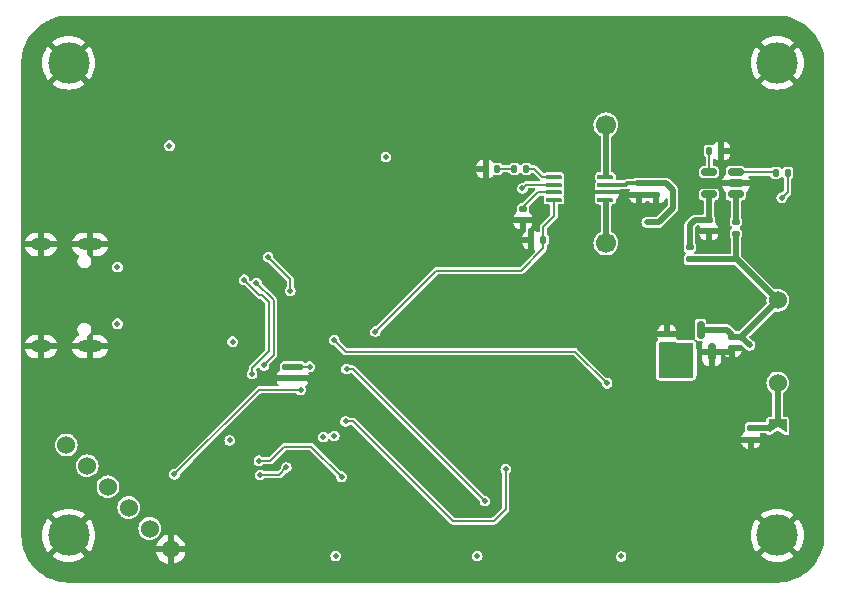
<source format=gbr>
%TF.GenerationSoftware,KiCad,Pcbnew,8.0.9-8.0.9-0~ubuntu24.04.1*%
%TF.CreationDate,2025-05-04T14:54:54+03:00*%
%TF.ProjectId,vario_kicad,76617269-6f5f-46b6-9963-61642e6b6963,rev?*%
%TF.SameCoordinates,Original*%
%TF.FileFunction,Copper,L4,Bot*%
%TF.FilePolarity,Positive*%
%FSLAX46Y46*%
G04 Gerber Fmt 4.6, Leading zero omitted, Abs format (unit mm)*
G04 Created by KiCad (PCBNEW 8.0.9-8.0.9-0~ubuntu24.04.1) date 2025-05-04 14:54:54*
%MOMM*%
%LPD*%
G01*
G04 APERTURE LIST*
G04 Aperture macros list*
%AMRoundRect*
0 Rectangle with rounded corners*
0 $1 Rounding radius*
0 $2 $3 $4 $5 $6 $7 $8 $9 X,Y pos of 4 corners*
0 Add a 4 corners polygon primitive as box body*
4,1,4,$2,$3,$4,$5,$6,$7,$8,$9,$2,$3,0*
0 Add four circle primitives for the rounded corners*
1,1,$1+$1,$2,$3*
1,1,$1+$1,$4,$5*
1,1,$1+$1,$6,$7*
1,1,$1+$1,$8,$9*
0 Add four rect primitives between the rounded corners*
20,1,$1+$1,$2,$3,$4,$5,0*
20,1,$1+$1,$4,$5,$6,$7,0*
20,1,$1+$1,$6,$7,$8,$9,0*
20,1,$1+$1,$8,$9,$2,$3,0*%
%AMFreePoly0*
4,1,6,1.000000,0.000000,0.500000,-0.750000,-0.500000,-0.750000,-0.500000,0.750000,0.500000,0.750000,1.000000,0.000000,1.000000,0.000000,$1*%
%AMFreePoly1*
4,1,6,0.500000,-0.750000,-0.650000,-0.750000,-0.150000,0.000000,-0.650000,0.750000,0.500000,0.750000,0.500000,-0.750000,0.500000,-0.750000,$1*%
G04 Aperture macros list end*
%TA.AperFunction,ComponentPad*%
%ADD10C,1.700000*%
%TD*%
%TA.AperFunction,ComponentPad*%
%ADD11C,3.500000*%
%TD*%
%TA.AperFunction,ComponentPad*%
%ADD12C,1.524000*%
%TD*%
%TA.AperFunction,HeatsinkPad*%
%ADD13O,2.100000X1.000000*%
%TD*%
%TA.AperFunction,HeatsinkPad*%
%ADD14O,1.800000X1.000000*%
%TD*%
%TA.AperFunction,SMDPad,CuDef*%
%ADD15RoundRect,0.087500X-0.587500X-0.087500X0.587500X-0.087500X0.587500X0.087500X-0.587500X0.087500X0*%
%TD*%
%TA.AperFunction,HeatsinkPad*%
%ADD16R,2.500000X3.000000*%
%TD*%
%TA.AperFunction,SMDPad,CuDef*%
%ADD17RoundRect,0.140000X-0.170000X0.140000X-0.170000X-0.140000X0.170000X-0.140000X0.170000X0.140000X0*%
%TD*%
%TA.AperFunction,SMDPad,CuDef*%
%ADD18RoundRect,0.150000X0.150000X-0.587500X0.150000X0.587500X-0.150000X0.587500X-0.150000X-0.587500X0*%
%TD*%
%TA.AperFunction,SMDPad,CuDef*%
%ADD19FreePoly0,90.000000*%
%TD*%
%TA.AperFunction,SMDPad,CuDef*%
%ADD20FreePoly1,90.000000*%
%TD*%
%TA.AperFunction,SMDPad,CuDef*%
%ADD21RoundRect,0.135000X-0.135000X-0.185000X0.135000X-0.185000X0.135000X0.185000X-0.135000X0.185000X0*%
%TD*%
%TA.AperFunction,SMDPad,CuDef*%
%ADD22RoundRect,0.140000X0.170000X-0.140000X0.170000X0.140000X-0.170000X0.140000X-0.170000X-0.140000X0*%
%TD*%
%TA.AperFunction,SMDPad,CuDef*%
%ADD23RoundRect,0.140000X0.140000X0.170000X-0.140000X0.170000X-0.140000X-0.170000X0.140000X-0.170000X0*%
%TD*%
%TA.AperFunction,SMDPad,CuDef*%
%ADD24RoundRect,0.135000X-0.185000X0.135000X-0.185000X-0.135000X0.185000X-0.135000X0.185000X0.135000X0*%
%TD*%
%TA.AperFunction,SMDPad,CuDef*%
%ADD25RoundRect,0.150000X0.512500X0.150000X-0.512500X0.150000X-0.512500X-0.150000X0.512500X-0.150000X0*%
%TD*%
%TA.AperFunction,SMDPad,CuDef*%
%ADD26RoundRect,0.135000X0.135000X0.185000X-0.135000X0.185000X-0.135000X-0.185000X0.135000X-0.185000X0*%
%TD*%
%TA.AperFunction,ViaPad*%
%ADD27C,0.500000*%
%TD*%
%TA.AperFunction,Conductor*%
%ADD28C,0.500000*%
%TD*%
%TA.AperFunction,Conductor*%
%ADD29C,0.200000*%
%TD*%
%TA.AperFunction,Conductor*%
%ADD30C,0.350000*%
%TD*%
G04 APERTURE END LIST*
D10*
%TO.P,LS1,1,1*%
%TO.N,Net-(U1-VoP)*%
X150500000Y-120250000D03*
%TO.P,LS1,2,2*%
%TO.N,Net-(U1-VoN)*%
X150500000Y-110250000D03*
%TD*%
D11*
%TO.P,H3,1,1*%
%TO.N,GND*%
X165000000Y-105000000D03*
%TD*%
%TO.P,H4,1,1*%
%TO.N,GND*%
X165000000Y-145000000D03*
%TD*%
%TO.P,H2,1,1*%
%TO.N,GND*%
X105000000Y-145000000D03*
%TD*%
D12*
%TO.P,J2,1,3V3*%
%TO.N,VCC*%
X104800000Y-137350000D03*
%TO.P,J2,2,SWD_TDIO*%
%TO.N,/mcu/SWDIO*%
X106567767Y-139117767D03*
%TO.P,J2,3,SWD_CLK*%
%TO.N,/mcu/SWCLK*%
X108335534Y-140885534D03*
%TO.P,J2,4,NRST*%
%TO.N,/mcu/NRST*%
X110103301Y-142653301D03*
%TO.P,J2,5,BOOT0*%
%TO.N,/mcu/BOOT0*%
X111871068Y-144421068D03*
%TO.P,J2,6,GND*%
%TO.N,GND*%
X113638835Y-146188835D03*
%TD*%
D13*
%TO.P,U4,S1,SHIELD*%
%TO.N,GND*%
X106830000Y-120360000D03*
D14*
X102650000Y-120360000D03*
D13*
X106830000Y-129000000D03*
D14*
X102650000Y-129000000D03*
%TD*%
D11*
%TO.P,H1,1,1*%
%TO.N,GND*%
X105000000Y-105000000D03*
%TD*%
D15*
%TO.P,U1,1,CTRL*%
%TO.N,/audio_amp/AUDIO_AMP_ENABLE*%
X146100000Y-116600000D03*
%TO.P,U1,2,BYPASS*%
%TO.N,Net-(U1-BYPASS)*%
X146100000Y-115950000D03*
%TO.P,U1,3,INP*%
%TO.N,Net-(U1-INP)*%
X146100000Y-115300000D03*
%TO.P,U1,4,INN*%
%TO.N,Net-(U1-INN)*%
X146100000Y-114650000D03*
%TO.P,U1,5,VoN*%
%TO.N,Net-(U1-VoN)*%
X150450000Y-114650000D03*
%TO.P,U1,6,VCC*%
%TO.N,VBATT_SW*%
X150450000Y-115300000D03*
%TO.P,U1,7,GND*%
%TO.N,GND*%
X150450000Y-115950000D03*
%TO.P,U1,8,VoP*%
%TO.N,Net-(U1-VoP)*%
X150450000Y-116600000D03*
D16*
%TO.P,U1,9,GNDPAD*%
%TO.N,GND*%
X148275000Y-115625000D03*
%TD*%
D17*
%TO.P,C14,1*%
%TO.N,V_USB*%
X159220000Y-118290000D03*
%TO.P,C14,2*%
%TO.N,GND*%
X159220000Y-119250000D03*
%TD*%
D18*
%TO.P,U8,1,VSS*%
%TO.N,GND*%
X159460000Y-129465000D03*
%TO.P,U8,2,VOUT*%
%TO.N,VCC*%
X157560000Y-129465000D03*
%TO.P,U8,3,VIN*%
%TO.N,VBATT*%
X158510000Y-127590000D03*
%TD*%
D19*
%TO.P,JP2,1,A*%
%TO.N,GND*%
X165040000Y-137140000D03*
D20*
%TO.P,JP2,2,B*%
%TO.N,Net-(BT2--)*%
X165040000Y-135690000D03*
%TD*%
D21*
%TO.P,R29,1*%
%TO.N,Net-(U7-PROG)*%
X159250000Y-112450000D03*
%TO.P,R29,2*%
%TO.N,GND*%
X160270000Y-112450000D03*
%TD*%
D22*
%TO.P,C19,1*%
%TO.N,VCC*%
X155660000Y-128920000D03*
%TO.P,C19,2*%
%TO.N,GND*%
X155660000Y-127960000D03*
%TD*%
D17*
%TO.P,C25,1*%
%TO.N,VCC*%
X123430000Y-130710000D03*
%TO.P,C25,2*%
%TO.N,GND*%
X123430000Y-131670000D03*
%TD*%
D23*
%TO.P,C9,1*%
%TO.N,Net-(C9-Pad1)*%
X141270000Y-113970000D03*
%TO.P,C9,2*%
%TO.N,GND*%
X140310000Y-113970000D03*
%TD*%
D24*
%TO.P,R31,1*%
%TO.N,Net-(BT2--)*%
X162760000Y-135890000D03*
%TO.P,R31,2*%
%TO.N,GND*%
X162760000Y-136910000D03*
%TD*%
D25*
%TO.P,U7,1,~{CHRG}*%
%TO.N,Net-(U7-~{CHRG})*%
X161500000Y-114240000D03*
%TO.P,U7,2,GND*%
%TO.N,GND*%
X161500000Y-115190000D03*
%TO.P,U7,3,BAT*%
%TO.N,Net-(U7-BAT)*%
X161500000Y-116140000D03*
%TO.P,U7,4,VCC*%
%TO.N,V_USB*%
X159225000Y-116140000D03*
%TO.P,U7,5,PROG*%
%TO.N,Net-(U7-PROG)*%
X159225000Y-114240000D03*
%TD*%
D24*
%TO.P,R32,1*%
%TO.N,Net-(U7-BAT)*%
X161500000Y-118430000D03*
%TO.P,R32,2*%
%TO.N,VBATT*%
X161500000Y-119450000D03*
%TD*%
%TO.P,R33,1*%
%TO.N,V_USB*%
X157590000Y-120620000D03*
%TO.P,R33,2*%
%TO.N,VBATT*%
X157590000Y-121640000D03*
%TD*%
D17*
%TO.P,C7,1*%
%TO.N,Net-(U1-BYPASS)*%
X143470000Y-117360000D03*
%TO.P,C7,2*%
%TO.N,GND*%
X143470000Y-118320000D03*
%TD*%
%TO.P,C11,1*%
%TO.N,VCC*%
X124530000Y-130720000D03*
%TO.P,C11,2*%
%TO.N,GND*%
X124530000Y-131680000D03*
%TD*%
D21*
%TO.P,R16,1*%
%TO.N,GND*%
X144160000Y-119990000D03*
%TO.P,R16,2*%
%TO.N,/audio_amp/AUDIO_AMP_ENABLE*%
X145180000Y-119990000D03*
%TD*%
D26*
%TO.P,R18,1*%
%TO.N,Net-(U1-INN)*%
X143770000Y-113970000D03*
%TO.P,R18,2*%
%TO.N,Net-(C9-Pad1)*%
X142750000Y-113970000D03*
%TD*%
D12*
%TO.P,BT2,1,+*%
%TO.N,VBATT*%
X165050000Y-125100000D03*
%TO.P,BT2,2,-*%
%TO.N,Net-(BT2--)*%
X165050000Y-132100000D03*
%TD*%
D17*
%TO.P,C5,1*%
%TO.N,VBATT_SW*%
X153280000Y-115200000D03*
%TO.P,C5,2*%
%TO.N,GND*%
X153280000Y-116160000D03*
%TD*%
%TO.P,C18,1*%
%TO.N,VBATT*%
X161180000Y-128190000D03*
%TO.P,C18,2*%
%TO.N,GND*%
X161180000Y-129150000D03*
%TD*%
%TO.P,C6,1*%
%TO.N,VBATT_SW*%
X154760000Y-115200000D03*
%TO.P,C6,2*%
%TO.N,GND*%
X154760000Y-116160000D03*
%TD*%
D26*
%TO.P,R28,1*%
%TO.N,Net-(D5-K)*%
X165900000Y-114300000D03*
%TO.P,R28,2*%
%TO.N,Net-(U7-~{CHRG})*%
X164880000Y-114300000D03*
%TD*%
D27*
%TO.N,VBATT*%
X162700000Y-128910000D03*
%TO.N,GND*%
X165000000Y-138500000D03*
X129020000Y-139300000D03*
X107990000Y-117230000D03*
X122750000Y-118030000D03*
X135890000Y-139680000D03*
X133560000Y-128570000D03*
X153280000Y-117260000D03*
X130160000Y-134320000D03*
X118360000Y-102880000D03*
X130210000Y-138610000D03*
X124410000Y-123510000D03*
X142870000Y-119570000D03*
X107070000Y-112330000D03*
X115610000Y-140810000D03*
X125040000Y-135470000D03*
X141600000Y-146790000D03*
X166000000Y-139500000D03*
X163050000Y-138200000D03*
X129200000Y-146490000D03*
X115720000Y-135540000D03*
X120740000Y-125300000D03*
X139090000Y-113970000D03*
X125460000Y-131930000D03*
X166000000Y-140500000D03*
X164000000Y-140500000D03*
X165000000Y-140500000D03*
X142620000Y-115220000D03*
X152010000Y-129400000D03*
X128400000Y-102870000D03*
X159220000Y-120570000D03*
X155660000Y-126900000D03*
X154360000Y-146100000D03*
X123510000Y-102870000D03*
X124800000Y-140280000D03*
X164000000Y-139500000D03*
X159460000Y-131000000D03*
X142920000Y-139400000D03*
X129940000Y-108200000D03*
X122640000Y-120940000D03*
X128330000Y-125570000D03*
X164000000Y-138500000D03*
X166000000Y-138490000D03*
X134830000Y-131820000D03*
X161510000Y-112450000D03*
X126450000Y-115100000D03*
X132330000Y-139850000D03*
X163410000Y-115370000D03*
X165000000Y-139500000D03*
%TO.N,VCC*%
X131870000Y-112980000D03*
X156500000Y-131000000D03*
X125400000Y-130720000D03*
X157500000Y-131000000D03*
X155500000Y-130000000D03*
X118890000Y-128600000D03*
X139600000Y-146760000D03*
X118640000Y-136970000D03*
X113540000Y-112010000D03*
X127490000Y-136580000D03*
X127620000Y-146740000D03*
X151780000Y-146790000D03*
X126570000Y-136680000D03*
X156500000Y-130000000D03*
X155500000Y-131000000D03*
%TO.N,VBATT_SW*%
X153960000Y-118510000D03*
%TO.N,V_USB*%
X109130000Y-127080000D03*
X109130000Y-122280000D03*
X157590000Y-119110000D03*
%TO.N,/mcu/WKUP1*%
X140250000Y-142100000D03*
X128540000Y-130920000D03*
%TO.N,/mcu/NRST*%
X113960000Y-139830000D03*
X124640000Y-132690000D03*
%TO.N,Net-(D5-K)*%
X165390000Y-116410000D03*
%TO.N,/mcu/VBATT_SW_EN*%
X121120000Y-138690000D03*
X128110000Y-140040000D03*
%TO.N,/mcu/MEM_CS_ALT*%
X120900000Y-123640000D03*
X121550000Y-130620000D03*
%TO.N,/mcu/SPI1_NSS*%
X119860000Y-123360000D03*
X120540000Y-131350000D03*
%TO.N,/mcu/SPI1_MISO*%
X121890000Y-121440000D03*
X123760000Y-124290000D03*
%TO.N,/audio_amp/AUDIO_AMP_ENABLE*%
X130970000Y-127750000D03*
%TO.N,Net-(U1-INP)*%
X143430000Y-115630000D03*
%TO.N,/mcu/ADC_IN3*%
X127490000Y-128470000D03*
X150590000Y-132130000D03*
%TO.N,/mcu/BOOT0*%
X123430000Y-139250000D03*
X121220000Y-139880000D03*
%TO.N,/mcu/RTC_CALIB*%
X142010000Y-139400000D03*
X128460000Y-135360000D03*
%TD*%
D28*
%TO.N,VBATT*%
X160990000Y-127850000D02*
X161170000Y-128030000D01*
X161500000Y-121550000D02*
X165050000Y-125100000D01*
X161500000Y-119450000D02*
X161500000Y-121550000D01*
X160730000Y-127590000D02*
X160990000Y-127850000D01*
X165050000Y-125100000D02*
X161960000Y-128190000D01*
X161170000Y-128030000D02*
X161170000Y-128150000D01*
X161410000Y-121640000D02*
X161500000Y-121550000D01*
X157590000Y-121640000D02*
X161410000Y-121640000D01*
X161960000Y-128190000D02*
X162680000Y-128910000D01*
X158510000Y-127590000D02*
X160730000Y-127590000D01*
X162680000Y-128910000D02*
X162700000Y-128910000D01*
X161960000Y-128190000D02*
X161170000Y-128190000D01*
D29*
%TO.N,GND*%
X140310000Y-113970000D02*
X139090000Y-113970000D01*
D28*
X153280000Y-116160000D02*
X154760000Y-116160000D01*
D30*
X152220000Y-116160000D02*
X153280000Y-116160000D01*
D28*
X159220000Y-119250000D02*
X159220000Y-120570000D01*
X159460000Y-129465000D02*
X159460000Y-131000000D01*
X164450000Y-136910000D02*
X164680000Y-137140000D01*
X160915000Y-129465000D02*
X161170000Y-129210000D01*
X123440000Y-131680000D02*
X123430000Y-131670000D01*
D29*
X124530000Y-131680000D02*
X125210000Y-131680000D01*
D28*
X155660000Y-127960000D02*
X155660000Y-126900000D01*
X124530000Y-131680000D02*
X123440000Y-131680000D01*
X161500000Y-115190000D02*
X163230000Y-115190000D01*
X162760000Y-136910000D02*
X164450000Y-136910000D01*
D29*
X148600000Y-115950000D02*
X148275000Y-115625000D01*
D28*
X159460000Y-129465000D02*
X160915000Y-129465000D01*
X160270000Y-112450000D02*
X161510000Y-112450000D01*
X163230000Y-115190000D02*
X163410000Y-115370000D01*
D30*
X152010000Y-115950000D02*
X152220000Y-116160000D01*
D29*
X125210000Y-131680000D02*
X125460000Y-131930000D01*
D28*
X153280000Y-116160000D02*
X153280000Y-117260000D01*
D30*
X150450000Y-115950000D02*
X152010000Y-115950000D01*
D28*
%TO.N,VCC*%
X124530000Y-130720000D02*
X123440000Y-130720000D01*
X123440000Y-130720000D02*
X123430000Y-130710000D01*
D29*
X125410000Y-130720000D02*
X124530000Y-130720000D01*
X125400000Y-130720000D02*
X125410000Y-130720000D01*
D28*
%TO.N,VBATT_SW*%
X153960000Y-118510000D02*
X154970000Y-118510000D01*
D30*
X152210000Y-115300000D02*
X152310000Y-115200000D01*
X152310000Y-115200000D02*
X153280000Y-115200000D01*
X150450000Y-115300000D02*
X152210000Y-115300000D01*
D28*
X155590000Y-115200000D02*
X154760000Y-115200000D01*
X153280000Y-115200000D02*
X154760000Y-115200000D01*
X156180000Y-117300000D02*
X156180000Y-115790000D01*
X154970000Y-118510000D02*
X156180000Y-117300000D01*
X156180000Y-115790000D02*
X155590000Y-115200000D01*
D29*
%TO.N,Net-(U1-BYPASS)*%
X144710000Y-115950000D02*
X143470000Y-117190000D01*
X146100000Y-115950000D02*
X144710000Y-115950000D01*
X143470000Y-117190000D02*
X143470000Y-117360000D01*
%TO.N,Net-(C9-Pad1)*%
X142750000Y-113970000D02*
X141270000Y-113970000D01*
D28*
%TO.N,V_USB*%
X159225000Y-118285000D02*
X159220000Y-118290000D01*
X158030000Y-118290000D02*
X157590000Y-118730000D01*
X157590000Y-119110000D02*
X157590000Y-120620000D01*
X159220000Y-118290000D02*
X158030000Y-118290000D01*
X157590000Y-118730000D02*
X157590000Y-119110000D01*
X159225000Y-116140000D02*
X159225000Y-118285000D01*
D29*
%TO.N,/mcu/WKUP1*%
X129070000Y-130920000D02*
X140250000Y-142100000D01*
X128540000Y-130920000D02*
X129070000Y-130920000D01*
%TO.N,/mcu/NRST*%
X121100000Y-132690000D02*
X124640000Y-132690000D01*
X113960000Y-139830000D02*
X121100000Y-132690000D01*
%TO.N,Net-(D5-K)*%
X165390000Y-116410000D02*
X165900000Y-115900000D01*
X165900000Y-115900000D02*
X165900000Y-114300000D01*
D28*
%TO.N,Net-(U1-VoN)*%
X150500000Y-110250000D02*
X150500000Y-114570000D01*
%TO.N,Net-(U1-VoP)*%
X150500000Y-120250000D02*
X150500000Y-116680000D01*
D29*
%TO.N,/mcu/VBATT_SW_EN*%
X128110000Y-140040000D02*
X125560000Y-137490000D01*
X125560000Y-137490000D02*
X123260000Y-137490000D01*
X123260000Y-137490000D02*
X122060000Y-138690000D01*
X122060000Y-138690000D02*
X121120000Y-138690000D01*
%TO.N,/mcu/MEM_CS_ALT*%
X121550000Y-130540000D02*
X122360000Y-129730000D01*
X121550000Y-130620000D02*
X121550000Y-130540000D01*
X122360000Y-125100000D02*
X120900000Y-123640000D01*
X122360000Y-129730000D02*
X122360000Y-125100000D01*
%TO.N,/mcu/SPI1_NSS*%
X119860000Y-123377818D02*
X119860000Y-123360000D01*
X120540000Y-130852182D02*
X121960000Y-129432182D01*
X121960000Y-129432182D02*
X121960000Y-125265686D01*
X121140025Y-124657843D02*
X119860000Y-123377818D01*
X120540000Y-131350000D02*
X120540000Y-130852182D01*
X121960000Y-125265686D02*
X121352157Y-124657843D01*
X121352157Y-124657843D02*
X121140025Y-124657843D01*
%TO.N,/mcu/SPI1_MISO*%
X123760000Y-124290000D02*
X123760000Y-123310000D01*
X123760000Y-123310000D02*
X121890000Y-121440000D01*
%TO.N,/audio_amp/AUDIO_AMP_ENABLE*%
X145180000Y-119990000D02*
X145180000Y-120700000D01*
X145180000Y-119990000D02*
X145180000Y-118920000D01*
X143290000Y-122590000D02*
X136130000Y-122590000D01*
X146100000Y-118000000D02*
X146100000Y-116600000D01*
X145180000Y-120700000D02*
X143290000Y-122590000D01*
X145180000Y-118920000D02*
X146100000Y-118000000D01*
X136130000Y-122590000D02*
X130970000Y-127750000D01*
%TO.N,Net-(U1-INP)*%
X146100000Y-115300000D02*
X143760000Y-115300000D01*
X143760000Y-115300000D02*
X143430000Y-115630000D01*
%TO.N,Net-(U1-INN)*%
X145120000Y-114650000D02*
X144440000Y-113970000D01*
X146100000Y-114650000D02*
X145120000Y-114650000D01*
X144440000Y-113970000D02*
X143770000Y-113970000D01*
%TO.N,/mcu/ADC_IN3*%
X128460000Y-129440000D02*
X127490000Y-128470000D01*
X147900000Y-129440000D02*
X150590000Y-132130000D01*
X130200000Y-129440000D02*
X147900000Y-129440000D01*
X130200000Y-129440000D02*
X128460000Y-129440000D01*
%TO.N,/mcu/BOOT0*%
X123430000Y-139250000D02*
X122800000Y-139880000D01*
X122800000Y-139880000D02*
X121220000Y-139880000D01*
%TO.N,Net-(U7-~{CHRG})*%
X164820000Y-114240000D02*
X164880000Y-114300000D01*
X161500000Y-114240000D02*
X164820000Y-114240000D01*
%TO.N,Net-(U7-PROG)*%
X159250000Y-114215000D02*
X159225000Y-114240000D01*
X159250000Y-112450000D02*
X159250000Y-114215000D01*
D28*
%TO.N,Net-(BT2--)*%
X164320000Y-135890000D02*
X164530000Y-135680000D01*
X162760000Y-135890000D02*
X164320000Y-135890000D01*
X165050000Y-132100000D02*
X165050000Y-135570000D01*
%TO.N,Net-(U7-BAT)*%
X161500000Y-116140000D02*
X161500000Y-118430000D01*
D29*
%TO.N,/mcu/RTC_CALIB*%
X142010000Y-139400000D02*
X142010000Y-142790000D01*
X137550000Y-143790000D02*
X129120000Y-135360000D01*
X129120000Y-135360000D02*
X128460000Y-135360000D01*
X142010000Y-142790000D02*
X141010000Y-143790000D01*
X141010000Y-143790000D02*
X137550000Y-143790000D01*
%TD*%
%TA.AperFunction,Conductor*%
%TO.N,GND*%
G36*
X165002292Y-101000605D02*
G01*
X165364452Y-101017349D01*
X165373547Y-101018191D01*
X165730389Y-101067969D01*
X165739358Y-101069646D01*
X166090055Y-101152129D01*
X166098850Y-101154631D01*
X166440442Y-101269121D01*
X166448969Y-101272424D01*
X166778557Y-101417951D01*
X166786714Y-101422012D01*
X167101493Y-101597344D01*
X167109214Y-101602125D01*
X167406470Y-101805749D01*
X167413757Y-101811253D01*
X167690920Y-102041406D01*
X167697678Y-102047566D01*
X167952433Y-102302321D01*
X167958593Y-102309079D01*
X168188746Y-102586242D01*
X168194252Y-102593533D01*
X168397870Y-102890779D01*
X168402658Y-102898512D01*
X168577982Y-103213277D01*
X168582051Y-103221448D01*
X168727575Y-103551030D01*
X168730878Y-103559557D01*
X168845368Y-103901149D01*
X168847870Y-103909944D01*
X168930351Y-104260631D01*
X168932032Y-104269620D01*
X168981807Y-104626447D01*
X168982650Y-104635552D01*
X168999394Y-104997707D01*
X168999500Y-105002279D01*
X168999500Y-144997720D01*
X168999394Y-145002292D01*
X168982650Y-145364447D01*
X168981807Y-145373552D01*
X168932032Y-145730379D01*
X168930351Y-145739368D01*
X168847870Y-146090055D01*
X168845368Y-146098850D01*
X168730878Y-146440442D01*
X168727575Y-146448969D01*
X168582051Y-146778551D01*
X168577977Y-146786731D01*
X168402664Y-147101477D01*
X168397864Y-147109229D01*
X168328493Y-147210500D01*
X168194257Y-147406460D01*
X168188746Y-147413757D01*
X167958593Y-147690920D01*
X167952433Y-147697678D01*
X167697678Y-147952433D01*
X167690920Y-147958593D01*
X167413757Y-148188746D01*
X167406460Y-148194257D01*
X167109229Y-148397864D01*
X167101477Y-148402664D01*
X166786731Y-148577977D01*
X166778551Y-148582051D01*
X166448969Y-148727575D01*
X166440442Y-148730878D01*
X166098850Y-148845368D01*
X166090055Y-148847870D01*
X165739368Y-148930351D01*
X165730379Y-148932032D01*
X165373552Y-148981807D01*
X165364447Y-148982650D01*
X165002293Y-148999394D01*
X164997721Y-148999500D01*
X105002279Y-148999500D01*
X104997707Y-148999394D01*
X104635552Y-148982650D01*
X104626447Y-148981807D01*
X104269620Y-148932032D01*
X104260631Y-148930351D01*
X103909944Y-148847870D01*
X103901149Y-148845368D01*
X103559557Y-148730878D01*
X103551030Y-148727575D01*
X103221448Y-148582051D01*
X103213277Y-148577982D01*
X102898512Y-148402658D01*
X102890779Y-148397870D01*
X102593533Y-148194252D01*
X102586242Y-148188746D01*
X102309079Y-147958593D01*
X102302321Y-147952433D01*
X102047566Y-147697678D01*
X102041406Y-147690920D01*
X101811253Y-147413757D01*
X101805749Y-147406470D01*
X101602125Y-147109214D01*
X101597344Y-147101493D01*
X101422012Y-146786714D01*
X101417948Y-146778551D01*
X101409577Y-146759593D01*
X101272424Y-146448969D01*
X101269121Y-146440442D01*
X101154631Y-146098850D01*
X101152129Y-146090055D01*
X101069646Y-145739358D01*
X101067969Y-145730389D01*
X101018191Y-145373547D01*
X101017349Y-145364447D01*
X101016845Y-145353553D01*
X101000606Y-145002292D01*
X101000553Y-144999999D01*
X102745172Y-144999999D01*
X102745172Y-145000000D01*
X102764461Y-145294311D01*
X102822004Y-145583598D01*
X102916810Y-145862883D01*
X102916815Y-145862894D01*
X103047262Y-146127414D01*
X103211122Y-146372648D01*
X103211125Y-146372652D01*
X103240405Y-146406039D01*
X104063708Y-145582735D01*
X104160967Y-145716602D01*
X104283398Y-145839033D01*
X104417261Y-145936290D01*
X103593959Y-146759593D01*
X103627338Y-146788867D01*
X103627351Y-146788877D01*
X103872585Y-146952737D01*
X104137105Y-147083184D01*
X104137116Y-147083189D01*
X104416401Y-147177995D01*
X104705688Y-147235538D01*
X104999999Y-147254828D01*
X105000001Y-147254828D01*
X105294311Y-147235538D01*
X105583598Y-147177995D01*
X105862883Y-147083189D01*
X105862894Y-147083184D01*
X106127413Y-146952738D01*
X106372649Y-146788877D01*
X106406039Y-146759593D01*
X105582736Y-145936290D01*
X105716602Y-145839033D01*
X105839033Y-145716602D01*
X105936290Y-145582736D01*
X106759593Y-146406039D01*
X106788877Y-146372649D01*
X106952738Y-146127413D01*
X107045734Y-145938835D01*
X112399304Y-145938835D01*
X113350019Y-145938835D01*
X113333959Y-145954895D01*
X113283799Y-146041774D01*
X113257835Y-146138675D01*
X113257835Y-146238995D01*
X113283799Y-146335896D01*
X113333959Y-146422775D01*
X113350019Y-146438835D01*
X112399304Y-146438835D01*
X112448413Y-146622112D01*
X112541735Y-146822244D01*
X112668390Y-147003127D01*
X112824542Y-147159279D01*
X113005425Y-147285934D01*
X113205557Y-147379256D01*
X113388835Y-147428366D01*
X113388835Y-146477651D01*
X113404895Y-146493711D01*
X113491774Y-146543871D01*
X113588675Y-146569835D01*
X113688995Y-146569835D01*
X113785896Y-146543871D01*
X113872775Y-146493711D01*
X113888835Y-146477651D01*
X113888835Y-147428365D01*
X114072112Y-147379256D01*
X114272244Y-147285934D01*
X114453127Y-147159279D01*
X114609279Y-147003127D01*
X114735934Y-146822244D01*
X114774286Y-146739997D01*
X127164867Y-146739997D01*
X127164867Y-146740002D01*
X127183302Y-146868225D01*
X127221898Y-146952737D01*
X127237118Y-146986063D01*
X127254448Y-147006063D01*
X127321952Y-147083968D01*
X127399754Y-147133968D01*
X127430931Y-147154004D01*
X127555228Y-147190500D01*
X127555230Y-147190500D01*
X127684770Y-147190500D01*
X127684772Y-147190500D01*
X127809069Y-147154004D01*
X127918049Y-147083967D01*
X128002882Y-146986063D01*
X128056697Y-146868226D01*
X128072257Y-146760002D01*
X128072258Y-146759997D01*
X139144867Y-146759997D01*
X139144867Y-146760002D01*
X139163302Y-146888225D01*
X139192765Y-146952738D01*
X139217118Y-147006063D01*
X139243113Y-147036063D01*
X139301952Y-147103968D01*
X139379810Y-147154004D01*
X139410931Y-147174004D01*
X139535228Y-147210500D01*
X139535230Y-147210500D01*
X139664770Y-147210500D01*
X139664772Y-147210500D01*
X139789069Y-147174004D01*
X139898049Y-147103967D01*
X139982882Y-147006063D01*
X140036697Y-146888226D01*
X140046184Y-146822244D01*
X140050820Y-146789997D01*
X151324867Y-146789997D01*
X151324867Y-146790002D01*
X151343302Y-146918225D01*
X151374283Y-146986063D01*
X151397118Y-147036063D01*
X151460524Y-147109238D01*
X151481952Y-147133968D01*
X151569918Y-147190500D01*
X151590931Y-147204004D01*
X151715228Y-147240500D01*
X151715230Y-147240500D01*
X151844770Y-147240500D01*
X151844772Y-147240500D01*
X151969069Y-147204004D01*
X152078049Y-147133967D01*
X152162882Y-147036063D01*
X152216697Y-146918226D01*
X152235133Y-146790000D01*
X152234970Y-146788867D01*
X152216697Y-146661774D01*
X152162882Y-146543938D01*
X152162882Y-146543937D01*
X152078049Y-146446033D01*
X152078048Y-146446032D01*
X152078047Y-146446031D01*
X151969073Y-146375998D01*
X151969070Y-146375996D01*
X151969069Y-146375996D01*
X151969066Y-146375995D01*
X151844774Y-146339500D01*
X151844772Y-146339500D01*
X151715228Y-146339500D01*
X151715225Y-146339500D01*
X151590933Y-146375995D01*
X151590926Y-146375998D01*
X151481952Y-146446031D01*
X151397117Y-146543938D01*
X151343302Y-146661774D01*
X151324867Y-146789997D01*
X140050820Y-146789997D01*
X140055133Y-146760002D01*
X140055133Y-146759997D01*
X140036697Y-146631774D01*
X139996583Y-146543938D01*
X139982882Y-146513937D01*
X139898049Y-146416033D01*
X139898048Y-146416032D01*
X139898047Y-146416031D01*
X139789073Y-146345998D01*
X139789070Y-146345996D01*
X139789069Y-146345996D01*
X139789066Y-146345995D01*
X139664774Y-146309500D01*
X139664772Y-146309500D01*
X139535228Y-146309500D01*
X139535225Y-146309500D01*
X139410933Y-146345995D01*
X139410926Y-146345998D01*
X139301952Y-146416031D01*
X139217117Y-146513938D01*
X139163302Y-146631774D01*
X139144867Y-146759997D01*
X128072258Y-146759997D01*
X128075133Y-146740002D01*
X128075133Y-146739997D01*
X128056697Y-146611774D01*
X128025717Y-146543938D01*
X128002882Y-146493937D01*
X127918049Y-146396033D01*
X127918048Y-146396032D01*
X127918047Y-146396031D01*
X127809073Y-146325998D01*
X127809070Y-146325996D01*
X127809069Y-146325996D01*
X127809066Y-146325995D01*
X127684774Y-146289500D01*
X127684772Y-146289500D01*
X127555228Y-146289500D01*
X127555225Y-146289500D01*
X127430933Y-146325995D01*
X127430926Y-146325998D01*
X127321952Y-146396031D01*
X127237117Y-146493938D01*
X127183302Y-146611774D01*
X127164867Y-146739997D01*
X114774286Y-146739997D01*
X114829256Y-146622112D01*
X114878366Y-146438835D01*
X113927651Y-146438835D01*
X113943711Y-146422775D01*
X113993871Y-146335896D01*
X114019835Y-146238995D01*
X114019835Y-146138675D01*
X113993871Y-146041774D01*
X113943711Y-145954895D01*
X113927651Y-145938835D01*
X114878366Y-145938835D01*
X114829256Y-145755558D01*
X114735934Y-145555426D01*
X114609279Y-145374542D01*
X114453127Y-145218390D01*
X114272244Y-145091735D01*
X114075514Y-144999999D01*
X162745172Y-144999999D01*
X162745172Y-145000000D01*
X162764461Y-145294311D01*
X162822004Y-145583598D01*
X162916810Y-145862883D01*
X162916815Y-145862894D01*
X163047262Y-146127414D01*
X163211122Y-146372648D01*
X163211125Y-146372652D01*
X163240405Y-146406039D01*
X164063708Y-145582735D01*
X164160967Y-145716602D01*
X164283398Y-145839033D01*
X164417261Y-145936290D01*
X163593959Y-146759593D01*
X163627338Y-146788867D01*
X163627351Y-146788877D01*
X163872585Y-146952737D01*
X164137105Y-147083184D01*
X164137116Y-147083189D01*
X164416401Y-147177995D01*
X164705688Y-147235538D01*
X164999999Y-147254828D01*
X165000001Y-147254828D01*
X165294311Y-147235538D01*
X165583598Y-147177995D01*
X165862883Y-147083189D01*
X165862894Y-147083184D01*
X166127413Y-146952738D01*
X166372649Y-146788877D01*
X166406039Y-146759593D01*
X165582736Y-145936290D01*
X165716602Y-145839033D01*
X165839033Y-145716602D01*
X165936290Y-145582736D01*
X166759593Y-146406039D01*
X166788877Y-146372649D01*
X166952738Y-146127413D01*
X167083184Y-145862894D01*
X167083189Y-145862883D01*
X167177995Y-145583598D01*
X167235538Y-145294311D01*
X167254828Y-145000000D01*
X167254828Y-144999999D01*
X167235538Y-144705688D01*
X167177995Y-144416401D01*
X167083189Y-144137116D01*
X167083184Y-144137105D01*
X166952737Y-143872585D01*
X166788877Y-143627351D01*
X166788867Y-143627338D01*
X166759593Y-143593959D01*
X165936290Y-144417261D01*
X165839033Y-144283398D01*
X165716602Y-144160967D01*
X165582735Y-144063708D01*
X166406039Y-143240405D01*
X166372652Y-143211125D01*
X166372648Y-143211122D01*
X166127414Y-143047262D01*
X165862894Y-142916815D01*
X165862883Y-142916810D01*
X165583598Y-142822004D01*
X165294311Y-142764461D01*
X165000001Y-142745172D01*
X164999999Y-142745172D01*
X164705688Y-142764461D01*
X164416401Y-142822004D01*
X164137116Y-142916810D01*
X164137105Y-142916815D01*
X163872585Y-143047262D01*
X163627349Y-143211123D01*
X163593959Y-143240405D01*
X164417263Y-144063709D01*
X164283398Y-144160967D01*
X164160967Y-144283398D01*
X164063709Y-144417263D01*
X163240405Y-143593959D01*
X163211123Y-143627349D01*
X163047262Y-143872585D01*
X162916815Y-144137105D01*
X162916810Y-144137116D01*
X162822004Y-144416401D01*
X162764461Y-144705688D01*
X162745172Y-144999999D01*
X114075514Y-144999999D01*
X114072113Y-144998413D01*
X113888835Y-144949303D01*
X113888835Y-145900019D01*
X113872775Y-145883959D01*
X113785896Y-145833799D01*
X113688995Y-145807835D01*
X113588675Y-145807835D01*
X113491774Y-145833799D01*
X113404895Y-145883959D01*
X113388835Y-145900019D01*
X113388835Y-144949303D01*
X113205558Y-144998412D01*
X113005426Y-145091735D01*
X112824542Y-145218390D01*
X112668390Y-145374542D01*
X112541735Y-145555426D01*
X112448413Y-145755558D01*
X112399304Y-145938835D01*
X107045734Y-145938835D01*
X107083184Y-145862894D01*
X107083189Y-145862883D01*
X107177995Y-145583598D01*
X107235538Y-145294311D01*
X107254828Y-145000000D01*
X107254828Y-144999999D01*
X107235538Y-144705688D01*
X107178923Y-144421064D01*
X110903911Y-144421064D01*
X110903911Y-144421071D01*
X110922493Y-144609746D01*
X110922494Y-144609751D01*
X110977531Y-144791183D01*
X110977533Y-144791188D01*
X111039591Y-144907290D01*
X111066906Y-144958392D01*
X111187185Y-145104951D01*
X111187189Y-145104954D01*
X111325409Y-145218390D01*
X111333744Y-145225230D01*
X111500953Y-145314605D01*
X111627348Y-145352945D01*
X111682384Y-145369641D01*
X111682389Y-145369642D01*
X111871065Y-145388225D01*
X111871068Y-145388225D01*
X111871071Y-145388225D01*
X112059746Y-145369642D01*
X112059751Y-145369641D01*
X112061775Y-145369027D01*
X112241183Y-145314605D01*
X112408392Y-145225230D01*
X112554951Y-145104951D01*
X112675230Y-144958392D01*
X112764605Y-144791183D01*
X112819641Y-144609751D01*
X112819642Y-144609746D01*
X112838225Y-144421071D01*
X112838225Y-144421064D01*
X112819642Y-144232389D01*
X112819641Y-144232384D01*
X112790742Y-144137116D01*
X112764605Y-144050953D01*
X112675230Y-143883744D01*
X112554951Y-143737185D01*
X112421117Y-143627349D01*
X112408396Y-143616909D01*
X112408394Y-143616908D01*
X112408392Y-143616906D01*
X112365461Y-143593959D01*
X112241188Y-143527533D01*
X112241183Y-143527531D01*
X112059751Y-143472494D01*
X112059746Y-143472493D01*
X111871071Y-143453911D01*
X111871065Y-143453911D01*
X111682389Y-143472493D01*
X111682384Y-143472494D01*
X111500952Y-143527531D01*
X111500947Y-143527533D01*
X111333749Y-143616903D01*
X111333739Y-143616909D01*
X111187189Y-143737181D01*
X111187181Y-143737189D01*
X111066909Y-143883739D01*
X111066903Y-143883749D01*
X110977533Y-144050947D01*
X110977531Y-144050952D01*
X110922494Y-144232384D01*
X110922493Y-144232389D01*
X110903911Y-144421064D01*
X107178923Y-144421064D01*
X107177995Y-144416401D01*
X107083189Y-144137116D01*
X107083184Y-144137105D01*
X106952737Y-143872585D01*
X106788877Y-143627351D01*
X106788867Y-143627338D01*
X106759593Y-143593959D01*
X105936290Y-144417261D01*
X105839033Y-144283398D01*
X105716602Y-144160967D01*
X105582735Y-144063708D01*
X106406039Y-143240405D01*
X106372652Y-143211125D01*
X106372648Y-143211122D01*
X106127414Y-143047262D01*
X105862894Y-142916815D01*
X105862883Y-142916810D01*
X105583598Y-142822004D01*
X105294311Y-142764461D01*
X105000001Y-142745172D01*
X104999999Y-142745172D01*
X104705688Y-142764461D01*
X104416401Y-142822004D01*
X104137116Y-142916810D01*
X104137105Y-142916815D01*
X103872585Y-143047262D01*
X103627349Y-143211123D01*
X103593959Y-143240405D01*
X104417263Y-144063709D01*
X104283398Y-144160967D01*
X104160967Y-144283398D01*
X104063709Y-144417263D01*
X103240405Y-143593959D01*
X103211123Y-143627349D01*
X103047262Y-143872585D01*
X102916815Y-144137105D01*
X102916810Y-144137116D01*
X102822004Y-144416401D01*
X102764461Y-144705688D01*
X102745172Y-144999999D01*
X101000553Y-144999999D01*
X101000500Y-144997720D01*
X101000500Y-142653297D01*
X109136144Y-142653297D01*
X109136144Y-142653304D01*
X109154726Y-142841979D01*
X109154727Y-142841984D01*
X109209764Y-143023416D01*
X109209766Y-143023421D01*
X109278098Y-143151260D01*
X109299139Y-143190625D01*
X109299141Y-143190627D01*
X109299142Y-143190629D01*
X109315961Y-143211123D01*
X109419418Y-143337184D01*
X109565977Y-143457463D01*
X109733186Y-143546838D01*
X109859581Y-143585178D01*
X109914617Y-143601874D01*
X109914622Y-143601875D01*
X110103298Y-143620458D01*
X110103301Y-143620458D01*
X110103304Y-143620458D01*
X110291979Y-143601875D01*
X110291984Y-143601874D01*
X110473416Y-143546838D01*
X110640625Y-143457463D01*
X110787184Y-143337184D01*
X110907463Y-143190625D01*
X110996838Y-143023416D01*
X111051874Y-142841984D01*
X111051875Y-142841979D01*
X111070458Y-142653304D01*
X111070458Y-142653297D01*
X111051875Y-142464622D01*
X111051874Y-142464617D01*
X111015911Y-142346063D01*
X110996838Y-142283186D01*
X110907463Y-142115977D01*
X110787184Y-141969418D01*
X110646473Y-141853938D01*
X110640629Y-141849142D01*
X110640627Y-141849141D01*
X110640625Y-141849139D01*
X110601260Y-141828098D01*
X110473421Y-141759766D01*
X110473416Y-141759764D01*
X110291984Y-141704727D01*
X110291979Y-141704726D01*
X110103304Y-141686144D01*
X110103298Y-141686144D01*
X109914622Y-141704726D01*
X109914617Y-141704727D01*
X109733185Y-141759764D01*
X109733180Y-141759766D01*
X109565982Y-141849136D01*
X109565972Y-141849142D01*
X109419422Y-141969414D01*
X109419414Y-141969422D01*
X109299142Y-142115972D01*
X109299136Y-142115982D01*
X109209766Y-142283180D01*
X109209764Y-142283185D01*
X109154727Y-142464617D01*
X109154726Y-142464622D01*
X109136144Y-142653297D01*
X101000500Y-142653297D01*
X101000500Y-140885530D01*
X107368377Y-140885530D01*
X107368377Y-140885537D01*
X107386959Y-141074212D01*
X107386960Y-141074217D01*
X107441997Y-141255649D01*
X107441999Y-141255654D01*
X107510331Y-141383493D01*
X107531372Y-141422858D01*
X107651651Y-141569417D01*
X107758953Y-141657478D01*
X107793701Y-141685996D01*
X107798210Y-141689696D01*
X107965419Y-141779071D01*
X108091814Y-141817411D01*
X108146850Y-141834107D01*
X108146855Y-141834108D01*
X108335531Y-141852691D01*
X108335534Y-141852691D01*
X108335537Y-141852691D01*
X108524212Y-141834108D01*
X108524217Y-141834107D01*
X108705649Y-141779071D01*
X108872858Y-141689696D01*
X109019417Y-141569417D01*
X109139696Y-141422858D01*
X109229071Y-141255649D01*
X109284107Y-141074217D01*
X109284108Y-141074212D01*
X109302691Y-140885537D01*
X109302691Y-140885530D01*
X109284108Y-140696855D01*
X109284107Y-140696850D01*
X109267411Y-140641814D01*
X109229071Y-140515419D01*
X109139696Y-140348210D01*
X109019417Y-140201651D01*
X108927311Y-140126061D01*
X108872862Y-140081375D01*
X108872860Y-140081374D01*
X108872858Y-140081372D01*
X108795460Y-140040002D01*
X108705654Y-139991999D01*
X108705649Y-139991997D01*
X108524217Y-139936960D01*
X108524212Y-139936959D01*
X108335537Y-139918377D01*
X108335531Y-139918377D01*
X108146855Y-139936959D01*
X108146850Y-139936960D01*
X107965418Y-139991997D01*
X107965413Y-139991999D01*
X107798215Y-140081369D01*
X107798205Y-140081375D01*
X107651655Y-140201647D01*
X107651647Y-140201655D01*
X107531375Y-140348205D01*
X107531369Y-140348215D01*
X107441999Y-140515413D01*
X107441997Y-140515418D01*
X107386960Y-140696850D01*
X107386959Y-140696855D01*
X107368377Y-140885530D01*
X101000500Y-140885530D01*
X101000500Y-139117763D01*
X105600610Y-139117763D01*
X105600610Y-139117770D01*
X105619192Y-139306445D01*
X105619193Y-139306450D01*
X105674230Y-139487882D01*
X105674232Y-139487887D01*
X105730934Y-139593968D01*
X105763605Y-139655091D01*
X105763607Y-139655093D01*
X105763608Y-139655095D01*
X105816770Y-139719872D01*
X105883884Y-139801650D01*
X106030443Y-139921929D01*
X106141844Y-139981474D01*
X106191891Y-140008225D01*
X106197652Y-140011304D01*
X106324047Y-140049644D01*
X106379083Y-140066340D01*
X106379088Y-140066341D01*
X106567764Y-140084924D01*
X106567767Y-140084924D01*
X106567770Y-140084924D01*
X106756445Y-140066341D01*
X106756450Y-140066340D01*
X106762479Y-140064511D01*
X106937882Y-140011304D01*
X107105091Y-139921929D01*
X107217109Y-139829997D01*
X113504867Y-139829997D01*
X113504867Y-139830002D01*
X113523302Y-139958225D01*
X113572678Y-140066341D01*
X113577118Y-140076063D01*
X113661951Y-140173967D01*
X113661952Y-140173968D01*
X113739754Y-140223968D01*
X113770931Y-140244004D01*
X113895228Y-140280500D01*
X113895230Y-140280500D01*
X114024770Y-140280500D01*
X114024772Y-140280500D01*
X114149069Y-140244004D01*
X114258049Y-140173967D01*
X114342882Y-140076063D01*
X114396697Y-139958226D01*
X114407945Y-139879997D01*
X120764867Y-139879997D01*
X120764867Y-139880002D01*
X120783302Y-140008225D01*
X120816708Y-140081372D01*
X120837118Y-140126063D01*
X120902618Y-140201655D01*
X120921952Y-140223968D01*
X121030926Y-140294001D01*
X121030931Y-140294004D01*
X121155228Y-140330500D01*
X121155230Y-140330500D01*
X121284770Y-140330500D01*
X121284772Y-140330500D01*
X121409069Y-140294004D01*
X121518049Y-140223967D01*
X121526105Y-140214670D01*
X121578500Y-140183073D01*
X121600925Y-140180500D01*
X122839563Y-140180500D01*
X122839563Y-140180499D01*
X122915989Y-140160021D01*
X122984511Y-140120460D01*
X123040460Y-140064511D01*
X123375475Y-139729496D01*
X123429992Y-139701719D01*
X123445479Y-139700500D01*
X123494770Y-139700500D01*
X123494772Y-139700500D01*
X123619069Y-139664004D01*
X123728049Y-139593967D01*
X123812882Y-139496063D01*
X123866697Y-139378226D01*
X123877017Y-139306450D01*
X123885133Y-139250002D01*
X123885133Y-139249997D01*
X123866697Y-139121774D01*
X123858580Y-139104001D01*
X123812882Y-139003937D01*
X123728049Y-138906033D01*
X123728048Y-138906032D01*
X123728047Y-138906031D01*
X123619073Y-138835998D01*
X123619070Y-138835996D01*
X123619069Y-138835996D01*
X123619066Y-138835995D01*
X123494774Y-138799500D01*
X123494772Y-138799500D01*
X123365228Y-138799500D01*
X123365225Y-138799500D01*
X123240933Y-138835995D01*
X123240926Y-138835998D01*
X123131952Y-138906031D01*
X123047117Y-139003938D01*
X122993302Y-139121774D01*
X122974491Y-139252610D01*
X122947495Y-139307518D01*
X122946503Y-139308524D01*
X122704526Y-139550503D01*
X122650009Y-139578281D01*
X122634522Y-139579500D01*
X121600925Y-139579500D01*
X121542734Y-139560593D01*
X121526105Y-139545330D01*
X121518049Y-139536033D01*
X121518048Y-139536032D01*
X121409073Y-139465998D01*
X121409070Y-139465996D01*
X121409069Y-139465996D01*
X121409066Y-139465995D01*
X121284774Y-139429500D01*
X121284772Y-139429500D01*
X121155228Y-139429500D01*
X121155225Y-139429500D01*
X121030933Y-139465995D01*
X121030926Y-139465998D01*
X120921952Y-139536031D01*
X120837117Y-139633938D01*
X120783302Y-139751774D01*
X120764867Y-139879997D01*
X114407945Y-139879997D01*
X114415133Y-139830000D01*
X114415133Y-139829997D01*
X114415508Y-139827389D01*
X114442503Y-139772481D01*
X114443429Y-139771540D01*
X115524972Y-138689997D01*
X120664867Y-138689997D01*
X120664867Y-138690002D01*
X120683302Y-138818225D01*
X120734559Y-138930460D01*
X120737118Y-138936063D01*
X120795931Y-139003938D01*
X120821952Y-139033968D01*
X120856283Y-139056031D01*
X120930931Y-139104004D01*
X121055228Y-139140500D01*
X121055230Y-139140500D01*
X121184770Y-139140500D01*
X121184772Y-139140500D01*
X121309069Y-139104004D01*
X121418049Y-139033967D01*
X121426105Y-139024670D01*
X121478500Y-138993073D01*
X121500925Y-138990500D01*
X122099563Y-138990500D01*
X122099563Y-138990499D01*
X122175989Y-138970021D01*
X122244511Y-138930460D01*
X122300460Y-138874511D01*
X123355475Y-137819496D01*
X123409992Y-137791719D01*
X123425479Y-137790500D01*
X125394521Y-137790500D01*
X125452712Y-137809407D01*
X125464525Y-137819496D01*
X127626503Y-139981474D01*
X127654280Y-140035991D01*
X127654491Y-140037389D01*
X127673302Y-140168225D01*
X127707910Y-140244004D01*
X127727118Y-140286063D01*
X127811951Y-140383967D01*
X127811952Y-140383968D01*
X127920926Y-140454001D01*
X127920931Y-140454004D01*
X128045228Y-140490500D01*
X128045230Y-140490500D01*
X128174770Y-140490500D01*
X128174772Y-140490500D01*
X128299069Y-140454004D01*
X128408049Y-140383967D01*
X128492882Y-140286063D01*
X128546697Y-140168226D01*
X128565133Y-140040000D01*
X128561341Y-140013629D01*
X128546697Y-139911774D01*
X128532185Y-139879997D01*
X128492882Y-139793937D01*
X128408049Y-139696033D01*
X128408048Y-139696032D01*
X128408047Y-139696031D01*
X128299073Y-139625998D01*
X128299070Y-139625996D01*
X128299069Y-139625996D01*
X128299066Y-139625995D01*
X128174774Y-139589500D01*
X128174772Y-139589500D01*
X128125479Y-139589500D01*
X128067288Y-139570593D01*
X128055475Y-139560504D01*
X126928851Y-138433880D01*
X125744511Y-137249540D01*
X125744508Y-137249538D01*
X125675992Y-137209980D01*
X125675988Y-137209978D01*
X125599564Y-137189500D01*
X125599562Y-137189500D01*
X123220438Y-137189500D01*
X123220435Y-137189500D01*
X123144011Y-137209978D01*
X123144007Y-137209980D01*
X123075491Y-137249538D01*
X121964525Y-138360504D01*
X121910008Y-138388281D01*
X121894521Y-138389500D01*
X121500925Y-138389500D01*
X121442734Y-138370593D01*
X121426105Y-138355330D01*
X121418049Y-138346033D01*
X121418048Y-138346032D01*
X121309073Y-138275998D01*
X121309070Y-138275996D01*
X121309069Y-138275996D01*
X121309066Y-138275995D01*
X121184774Y-138239500D01*
X121184772Y-138239500D01*
X121055228Y-138239500D01*
X121055225Y-138239500D01*
X120930933Y-138275995D01*
X120930926Y-138275998D01*
X120821952Y-138346031D01*
X120737117Y-138443938D01*
X120683302Y-138561774D01*
X120664867Y-138689997D01*
X115524972Y-138689997D01*
X117244973Y-136969997D01*
X118184867Y-136969997D01*
X118184867Y-136970002D01*
X118203302Y-137098225D01*
X118232116Y-137161317D01*
X118257118Y-137216063D01*
X118286124Y-137249538D01*
X118341952Y-137313968D01*
X118398024Y-137350003D01*
X118450931Y-137384004D01*
X118575228Y-137420500D01*
X118575230Y-137420500D01*
X118704770Y-137420500D01*
X118704772Y-137420500D01*
X118829069Y-137384004D01*
X118938049Y-137313967D01*
X119022882Y-137216063D01*
X119076697Y-137098226D01*
X119082842Y-137055484D01*
X119095133Y-136970002D01*
X119095133Y-136969997D01*
X119076697Y-136841774D01*
X119069521Y-136826061D01*
X119022882Y-136723937D01*
X118984808Y-136679997D01*
X126114867Y-136679997D01*
X126114867Y-136680002D01*
X126133302Y-136808225D01*
X126147385Y-136839062D01*
X126187118Y-136926063D01*
X126271951Y-137023967D01*
X126271952Y-137023968D01*
X126380926Y-137094001D01*
X126380931Y-137094004D01*
X126505228Y-137130500D01*
X126505230Y-137130500D01*
X126634770Y-137130500D01*
X126634772Y-137130500D01*
X126759069Y-137094004D01*
X126868049Y-137023967D01*
X126952882Y-136926063D01*
X126972028Y-136884138D01*
X127013399Y-136839062D01*
X127073365Y-136826910D01*
X127129022Y-136852327D01*
X127136901Y-136860435D01*
X127191951Y-136923967D01*
X127300931Y-136994004D01*
X127425228Y-137030500D01*
X127425230Y-137030500D01*
X127554770Y-137030500D01*
X127554772Y-137030500D01*
X127679069Y-136994004D01*
X127788049Y-136923967D01*
X127872882Y-136826063D01*
X127926697Y-136708226D01*
X127933631Y-136659999D01*
X127945133Y-136580002D01*
X127945133Y-136579997D01*
X127926697Y-136451774D01*
X127904989Y-136404240D01*
X127872882Y-136333937D01*
X127788049Y-136236033D01*
X127788048Y-136236032D01*
X127788047Y-136236031D01*
X127679073Y-136165998D01*
X127679070Y-136165996D01*
X127679069Y-136165996D01*
X127679066Y-136165995D01*
X127554774Y-136129500D01*
X127554772Y-136129500D01*
X127425228Y-136129500D01*
X127425225Y-136129500D01*
X127300933Y-136165995D01*
X127300926Y-136165998D01*
X127191952Y-136236031D01*
X127107116Y-136333938D01*
X127087971Y-136375861D01*
X127046598Y-136420939D01*
X126986631Y-136433089D01*
X126930976Y-136407670D01*
X126923098Y-136399564D01*
X126868049Y-136336033D01*
X126868048Y-136336032D01*
X126759073Y-136265998D01*
X126759070Y-136265996D01*
X126759069Y-136265996D01*
X126759066Y-136265995D01*
X126634774Y-136229500D01*
X126634772Y-136229500D01*
X126505228Y-136229500D01*
X126505225Y-136229500D01*
X126380933Y-136265995D01*
X126380926Y-136265998D01*
X126271952Y-136336031D01*
X126187117Y-136433938D01*
X126133302Y-136551774D01*
X126114867Y-136679997D01*
X118984808Y-136679997D01*
X118938049Y-136626033D01*
X118938048Y-136626032D01*
X118938047Y-136626031D01*
X118829073Y-136555998D01*
X118829070Y-136555996D01*
X118829069Y-136555996D01*
X118814690Y-136551774D01*
X118704774Y-136519500D01*
X118704772Y-136519500D01*
X118575228Y-136519500D01*
X118575225Y-136519500D01*
X118450933Y-136555995D01*
X118450926Y-136555998D01*
X118341952Y-136626031D01*
X118257117Y-136723938D01*
X118203302Y-136841774D01*
X118184867Y-136969997D01*
X117244973Y-136969997D01*
X118854973Y-135359997D01*
X128004867Y-135359997D01*
X128004867Y-135360002D01*
X128023302Y-135488225D01*
X128055897Y-135559596D01*
X128077118Y-135606063D01*
X128140670Y-135679407D01*
X128161952Y-135703968D01*
X128270926Y-135774001D01*
X128270931Y-135774004D01*
X128395228Y-135810500D01*
X128395230Y-135810500D01*
X128524770Y-135810500D01*
X128524772Y-135810500D01*
X128649069Y-135774004D01*
X128758049Y-135703967D01*
X128766105Y-135694670D01*
X128818500Y-135663073D01*
X128840925Y-135660500D01*
X128954521Y-135660500D01*
X129012712Y-135679407D01*
X129024525Y-135689496D01*
X137309540Y-143974511D01*
X137309539Y-143974511D01*
X137365489Y-144030460D01*
X137434007Y-144070019D01*
X137434011Y-144070021D01*
X137510435Y-144090499D01*
X137510437Y-144090500D01*
X137510438Y-144090500D01*
X141049563Y-144090500D01*
X141049563Y-144090499D01*
X141125989Y-144070021D01*
X141194511Y-144030460D01*
X141250460Y-143974511D01*
X142250460Y-142974511D01*
X142290022Y-142905988D01*
X142310500Y-142829562D01*
X142310500Y-142750438D01*
X142310500Y-139778063D01*
X142329407Y-139719872D01*
X142334680Y-139713232D01*
X142392882Y-139646063D01*
X142446697Y-139528226D01*
X142462833Y-139415996D01*
X142465133Y-139400002D01*
X142465133Y-139399997D01*
X142446697Y-139271774D01*
X142392882Y-139153938D01*
X142392882Y-139153937D01*
X142308049Y-139056033D01*
X142308048Y-139056032D01*
X142308047Y-139056031D01*
X142199073Y-138985998D01*
X142199070Y-138985996D01*
X142199069Y-138985996D01*
X142199066Y-138985995D01*
X142074774Y-138949500D01*
X142074772Y-138949500D01*
X141945228Y-138949500D01*
X141945225Y-138949500D01*
X141820933Y-138985995D01*
X141820926Y-138985998D01*
X141711952Y-139056031D01*
X141627117Y-139153938D01*
X141573302Y-139271774D01*
X141554867Y-139399997D01*
X141554867Y-139400002D01*
X141573302Y-139528225D01*
X141627117Y-139646061D01*
X141627118Y-139646063D01*
X141685320Y-139713232D01*
X141709137Y-139769592D01*
X141709500Y-139778063D01*
X141709500Y-142624521D01*
X141690593Y-142682712D01*
X141680504Y-142694525D01*
X140914525Y-143460504D01*
X140860008Y-143488281D01*
X140844521Y-143489500D01*
X137715479Y-143489500D01*
X137657288Y-143470593D01*
X137645475Y-143460504D01*
X133491416Y-139306445D01*
X129304511Y-135119540D01*
X129304508Y-135119538D01*
X129272117Y-135100837D01*
X129272115Y-135100836D01*
X129235989Y-135079979D01*
X129235986Y-135079978D01*
X129159564Y-135059500D01*
X129159562Y-135059500D01*
X128840925Y-135059500D01*
X128782734Y-135040593D01*
X128766105Y-135025330D01*
X128758049Y-135016033D01*
X128758048Y-135016032D01*
X128649073Y-134945998D01*
X128649070Y-134945996D01*
X128649069Y-134945996D01*
X128641219Y-134943691D01*
X128524774Y-134909500D01*
X128524772Y-134909500D01*
X128395228Y-134909500D01*
X128395225Y-134909500D01*
X128270933Y-134945995D01*
X128270926Y-134945998D01*
X128161952Y-135016031D01*
X128077117Y-135113938D01*
X128023302Y-135231774D01*
X128004867Y-135359997D01*
X118854973Y-135359997D01*
X121195475Y-133019496D01*
X121249992Y-132991719D01*
X121265479Y-132990500D01*
X124259075Y-132990500D01*
X124317266Y-133009407D01*
X124333895Y-133024670D01*
X124341951Y-133033967D01*
X124450931Y-133104004D01*
X124575228Y-133140500D01*
X124575230Y-133140500D01*
X124704770Y-133140500D01*
X124704772Y-133140500D01*
X124829069Y-133104004D01*
X124938049Y-133033967D01*
X125022882Y-132936063D01*
X125076697Y-132818226D01*
X125095133Y-132690000D01*
X125087559Y-132637324D01*
X125076697Y-132561774D01*
X125034224Y-132468772D01*
X125027249Y-132407985D01*
X125057335Y-132354708D01*
X125073882Y-132342431D01*
X125095376Y-132329719D01*
X125209721Y-132215374D01*
X125292030Y-132076198D01*
X125292030Y-132076197D01*
X125334504Y-131930000D01*
X123666007Y-131930000D01*
X123635230Y-131920000D01*
X122625495Y-131920000D01*
X122667969Y-132066197D01*
X122667969Y-132066198D01*
X122750278Y-132205374D01*
X122765400Y-132220496D01*
X122793177Y-132275013D01*
X122783606Y-132335445D01*
X122740341Y-132378710D01*
X122695396Y-132389500D01*
X121060435Y-132389500D01*
X120984012Y-132409978D01*
X120925194Y-132443937D01*
X120925193Y-132443937D01*
X120915492Y-132449537D01*
X114014525Y-139350504D01*
X113960008Y-139378281D01*
X113944521Y-139379500D01*
X113895225Y-139379500D01*
X113770933Y-139415995D01*
X113770926Y-139415998D01*
X113661952Y-139486031D01*
X113577117Y-139583938D01*
X113523302Y-139701774D01*
X113504867Y-139829997D01*
X107217109Y-139829997D01*
X107251650Y-139801650D01*
X107371929Y-139655091D01*
X107461304Y-139487882D01*
X107516340Y-139306450D01*
X107516341Y-139306445D01*
X107534924Y-139117770D01*
X107534924Y-139117763D01*
X107516341Y-138929088D01*
X107516340Y-138929083D01*
X107482712Y-138818226D01*
X107461304Y-138747652D01*
X107371929Y-138580443D01*
X107251650Y-138433884D01*
X107196083Y-138388281D01*
X107105095Y-138313608D01*
X107105093Y-138313607D01*
X107105091Y-138313605D01*
X107034733Y-138275998D01*
X106937887Y-138224232D01*
X106937882Y-138224230D01*
X106756450Y-138169193D01*
X106756445Y-138169192D01*
X106567770Y-138150610D01*
X106567764Y-138150610D01*
X106379088Y-138169192D01*
X106379083Y-138169193D01*
X106197651Y-138224230D01*
X106197646Y-138224232D01*
X106030448Y-138313602D01*
X106030438Y-138313608D01*
X105883888Y-138433880D01*
X105883880Y-138433888D01*
X105763608Y-138580438D01*
X105763602Y-138580448D01*
X105674232Y-138747646D01*
X105674230Y-138747651D01*
X105619193Y-138929083D01*
X105619192Y-138929088D01*
X105600610Y-139117763D01*
X101000500Y-139117763D01*
X101000500Y-137349996D01*
X103832843Y-137349996D01*
X103832843Y-137350003D01*
X103851425Y-137538678D01*
X103851426Y-137538683D01*
X103906463Y-137720115D01*
X103906465Y-137720120D01*
X103959583Y-137819496D01*
X103995838Y-137887324D01*
X104116117Y-138033883D01*
X104262676Y-138154162D01*
X104429885Y-138243537D01*
X104536890Y-138275996D01*
X104611316Y-138298573D01*
X104611321Y-138298574D01*
X104799997Y-138317157D01*
X104800000Y-138317157D01*
X104800003Y-138317157D01*
X104988678Y-138298574D01*
X104988683Y-138298573D01*
X105170115Y-138243537D01*
X105337324Y-138154162D01*
X105483883Y-138033883D01*
X105604162Y-137887324D01*
X105693537Y-137720115D01*
X105748573Y-137538683D01*
X105748574Y-137538678D01*
X105767157Y-137350003D01*
X105767157Y-137349996D01*
X105748574Y-137161321D01*
X105748573Y-137161316D01*
X105729435Y-137098226D01*
X105693537Y-136979885D01*
X105688254Y-136970002D01*
X105672496Y-136940520D01*
X105604162Y-136812676D01*
X105483883Y-136666117D01*
X105378950Y-136580000D01*
X105337328Y-136545841D01*
X105337326Y-136545840D01*
X105337324Y-136545838D01*
X105288049Y-136519500D01*
X105170120Y-136456465D01*
X105170115Y-136456463D01*
X104988683Y-136401426D01*
X104988678Y-136401425D01*
X104800003Y-136382843D01*
X104799997Y-136382843D01*
X104611321Y-136401425D01*
X104611316Y-136401426D01*
X104429884Y-136456463D01*
X104429879Y-136456465D01*
X104262681Y-136545835D01*
X104262671Y-136545841D01*
X104116121Y-136666113D01*
X104116113Y-136666121D01*
X103995841Y-136812671D01*
X103995835Y-136812681D01*
X103906465Y-136979879D01*
X103906463Y-136979884D01*
X103851426Y-137161316D01*
X103851425Y-137161321D01*
X103832843Y-137349996D01*
X101000500Y-137349996D01*
X101000500Y-128750000D01*
X101280137Y-128750000D01*
X102083012Y-128750000D01*
X102065795Y-128759940D01*
X102009940Y-128815795D01*
X101970444Y-128884204D01*
X101950000Y-128960504D01*
X101950000Y-129039496D01*
X101970444Y-129115796D01*
X102009940Y-129184205D01*
X102065795Y-129240060D01*
X102083012Y-129250000D01*
X101280137Y-129250000D01*
X101288428Y-129291684D01*
X101288431Y-129291695D01*
X101363808Y-129473673D01*
X101363814Y-129473685D01*
X101473249Y-129637462D01*
X101473252Y-129637466D01*
X101612533Y-129776747D01*
X101612537Y-129776750D01*
X101776314Y-129886185D01*
X101776326Y-129886191D01*
X101958310Y-129961570D01*
X102151506Y-129999999D01*
X102151510Y-130000000D01*
X102399999Y-130000000D01*
X102400000Y-129999999D01*
X102400000Y-129300000D01*
X102900000Y-129300000D01*
X102900000Y-129999999D01*
X102900001Y-130000000D01*
X103148490Y-130000000D01*
X103148493Y-129999999D01*
X103341688Y-129961570D01*
X103341690Y-129961570D01*
X103523673Y-129886191D01*
X103523685Y-129886185D01*
X103687462Y-129776750D01*
X103687466Y-129776747D01*
X103826747Y-129637466D01*
X103826750Y-129637462D01*
X103936185Y-129473685D01*
X103936191Y-129473673D01*
X104011568Y-129291695D01*
X104011571Y-129291684D01*
X104019863Y-129250000D01*
X103216988Y-129250000D01*
X103234205Y-129240060D01*
X103290060Y-129184205D01*
X103329556Y-129115796D01*
X103350000Y-129039496D01*
X103350000Y-128960504D01*
X103329556Y-128884204D01*
X103290060Y-128815795D01*
X103234205Y-128759940D01*
X103216988Y-128750000D01*
X104019862Y-128750000D01*
X105310137Y-128750000D01*
X106113012Y-128750000D01*
X106095795Y-128759940D01*
X106039940Y-128815795D01*
X106000444Y-128884204D01*
X105980000Y-128960504D01*
X105980000Y-129039496D01*
X106000444Y-129115796D01*
X106039940Y-129184205D01*
X106095795Y-129240060D01*
X106113012Y-129250000D01*
X105310137Y-129250000D01*
X105318428Y-129291684D01*
X105318431Y-129291695D01*
X105393808Y-129473673D01*
X105393814Y-129473685D01*
X105503249Y-129637462D01*
X105503252Y-129637466D01*
X105642533Y-129776747D01*
X105642537Y-129776750D01*
X105806314Y-129886185D01*
X105806326Y-129886191D01*
X105988310Y-129961570D01*
X106181506Y-129999999D01*
X106181510Y-130000000D01*
X106579999Y-130000000D01*
X106580000Y-129999999D01*
X106580000Y-129300000D01*
X107080000Y-129300000D01*
X107080000Y-129999999D01*
X107080001Y-130000000D01*
X107478490Y-130000000D01*
X107478493Y-129999999D01*
X107671688Y-129961570D01*
X107671690Y-129961570D01*
X107853673Y-129886191D01*
X107853685Y-129886185D01*
X108017462Y-129776750D01*
X108017466Y-129776747D01*
X108156747Y-129637466D01*
X108156750Y-129637462D01*
X108266185Y-129473685D01*
X108266191Y-129473673D01*
X108341568Y-129291695D01*
X108341571Y-129291684D01*
X108349863Y-129250000D01*
X107546988Y-129250000D01*
X107564205Y-129240060D01*
X107620060Y-129184205D01*
X107659556Y-129115796D01*
X107680000Y-129039496D01*
X107680000Y-128960504D01*
X107659556Y-128884204D01*
X107620060Y-128815795D01*
X107564205Y-128759940D01*
X107546988Y-128750000D01*
X108349862Y-128750000D01*
X108341571Y-128708315D01*
X108341568Y-128708304D01*
X108296706Y-128599997D01*
X118434867Y-128599997D01*
X118434867Y-128600002D01*
X118453302Y-128728225D01*
X118493295Y-128815795D01*
X118507118Y-128846063D01*
X118553854Y-128900000D01*
X118591952Y-128943968D01*
X118689267Y-129006508D01*
X118700931Y-129014004D01*
X118825228Y-129050500D01*
X118825230Y-129050500D01*
X118954770Y-129050500D01*
X118954772Y-129050500D01*
X119079069Y-129014004D01*
X119188049Y-128943967D01*
X119272882Y-128846063D01*
X119326697Y-128728226D01*
X119340333Y-128633387D01*
X119345133Y-128600002D01*
X119345133Y-128599997D01*
X119326697Y-128471774D01*
X119319527Y-128456074D01*
X119272882Y-128353937D01*
X119188049Y-128256033D01*
X119188048Y-128256032D01*
X119188047Y-128256031D01*
X119079073Y-128185998D01*
X119079070Y-128185996D01*
X119079069Y-128185996D01*
X119079066Y-128185995D01*
X118954774Y-128149500D01*
X118954772Y-128149500D01*
X118825228Y-128149500D01*
X118825225Y-128149500D01*
X118700933Y-128185995D01*
X118700926Y-128185998D01*
X118591952Y-128256031D01*
X118507117Y-128353938D01*
X118453302Y-128471774D01*
X118434867Y-128599997D01*
X108296706Y-128599997D01*
X108266191Y-128526326D01*
X108266185Y-128526314D01*
X108156750Y-128362537D01*
X108156747Y-128362533D01*
X108017466Y-128223252D01*
X108017462Y-128223249D01*
X107853685Y-128113814D01*
X107853673Y-128113808D01*
X107671689Y-128038429D01*
X107478493Y-128000000D01*
X107080001Y-128000000D01*
X107080000Y-128000001D01*
X107080000Y-128700000D01*
X106580000Y-128700000D01*
X106580000Y-128147350D01*
X106598907Y-128089159D01*
X106629499Y-128061614D01*
X106683365Y-128030515D01*
X106790515Y-127923365D01*
X106866281Y-127792135D01*
X106905500Y-127645766D01*
X106905500Y-127494234D01*
X106866281Y-127347865D01*
X106866279Y-127347862D01*
X106866279Y-127347860D01*
X106790518Y-127216639D01*
X106790516Y-127216637D01*
X106790515Y-127216635D01*
X106683365Y-127109485D01*
X106683362Y-127109483D01*
X106683360Y-127109481D01*
X106632292Y-127079997D01*
X108674867Y-127079997D01*
X108674867Y-127080002D01*
X108693302Y-127208225D01*
X108734430Y-127298281D01*
X108747118Y-127326063D01*
X108831951Y-127423967D01*
X108831952Y-127423968D01*
X108940926Y-127494001D01*
X108940931Y-127494004D01*
X109065228Y-127530500D01*
X109065230Y-127530500D01*
X109194770Y-127530500D01*
X109194772Y-127530500D01*
X109319069Y-127494004D01*
X109428049Y-127423967D01*
X109512882Y-127326063D01*
X109566697Y-127208226D01*
X109585133Y-127080000D01*
X109583852Y-127071093D01*
X109566697Y-126951774D01*
X109543558Y-126901107D01*
X109512882Y-126833937D01*
X109428049Y-126736033D01*
X109428048Y-126736032D01*
X109428047Y-126736031D01*
X109319073Y-126665998D01*
X109319070Y-126665996D01*
X109319069Y-126665996D01*
X109319066Y-126665995D01*
X109194774Y-126629500D01*
X109194772Y-126629500D01*
X109065228Y-126629500D01*
X109065225Y-126629500D01*
X108940933Y-126665995D01*
X108940926Y-126665998D01*
X108831952Y-126736031D01*
X108747117Y-126833938D01*
X108693302Y-126951774D01*
X108674867Y-127079997D01*
X106632292Y-127079997D01*
X106552138Y-127033720D01*
X106552140Y-127033720D01*
X106495347Y-127018503D01*
X106405766Y-126994500D01*
X106254234Y-126994500D01*
X106164652Y-127018503D01*
X106107860Y-127033720D01*
X105976639Y-127109481D01*
X105869481Y-127216639D01*
X105793720Y-127347860D01*
X105793719Y-127347865D01*
X105754500Y-127494234D01*
X105754500Y-127645766D01*
X105782428Y-127749997D01*
X105793720Y-127792139D01*
X105869481Y-127923360D01*
X105869483Y-127923362D01*
X105869485Y-127923365D01*
X105880884Y-127934764D01*
X105908660Y-127989279D01*
X105899089Y-128049711D01*
X105855824Y-128092976D01*
X105848765Y-128096230D01*
X105806323Y-128113810D01*
X105806314Y-128113814D01*
X105642537Y-128223249D01*
X105642533Y-128223252D01*
X105503252Y-128362533D01*
X105503249Y-128362537D01*
X105393814Y-128526314D01*
X105393808Y-128526326D01*
X105318431Y-128708304D01*
X105318428Y-128708315D01*
X105310137Y-128750000D01*
X104019862Y-128750000D01*
X104011571Y-128708315D01*
X104011568Y-128708304D01*
X103936191Y-128526326D01*
X103936185Y-128526314D01*
X103826750Y-128362537D01*
X103826747Y-128362533D01*
X103687466Y-128223252D01*
X103687462Y-128223249D01*
X103523685Y-128113814D01*
X103523673Y-128113808D01*
X103341689Y-128038429D01*
X103148493Y-128000000D01*
X102900001Y-128000000D01*
X102900000Y-128000001D01*
X102900000Y-128700000D01*
X102400000Y-128700000D01*
X102400000Y-128000001D01*
X102399999Y-128000000D01*
X102151506Y-128000000D01*
X101958311Y-128038429D01*
X101958309Y-128038429D01*
X101776326Y-128113808D01*
X101776314Y-128113814D01*
X101612537Y-128223249D01*
X101612533Y-128223252D01*
X101473252Y-128362533D01*
X101473249Y-128362537D01*
X101363814Y-128526314D01*
X101363808Y-128526326D01*
X101288431Y-128708304D01*
X101288428Y-128708315D01*
X101280137Y-128750000D01*
X101000500Y-128750000D01*
X101000500Y-123359997D01*
X119404867Y-123359997D01*
X119404867Y-123360002D01*
X119423302Y-123488225D01*
X119451775Y-123550571D01*
X119477118Y-123606063D01*
X119529374Y-123666370D01*
X119561952Y-123703968D01*
X119670926Y-123774001D01*
X119670931Y-123774004D01*
X119795228Y-123810500D01*
X119826703Y-123810500D01*
X119884894Y-123829407D01*
X119896707Y-123839496D01*
X120955514Y-124898303D01*
X120955516Y-124898304D01*
X120955517Y-124898305D01*
X120955518Y-124898306D01*
X121024033Y-124937863D01*
X121024031Y-124937863D01*
X121024035Y-124937864D01*
X121024037Y-124937865D01*
X121100463Y-124958343D01*
X121186678Y-124958343D01*
X121244869Y-124977250D01*
X121256682Y-124987339D01*
X121630504Y-125361161D01*
X121658281Y-125415678D01*
X121659500Y-125431165D01*
X121659500Y-129266703D01*
X121640593Y-129324894D01*
X121630504Y-129336707D01*
X120355489Y-130611722D01*
X120355488Y-130611721D01*
X120299539Y-130667671D01*
X120259980Y-130736189D01*
X120259978Y-130736193D01*
X120239500Y-130812617D01*
X120239500Y-130971937D01*
X120220593Y-131030128D01*
X120215320Y-131036767D01*
X120157118Y-131103936D01*
X120157116Y-131103940D01*
X120103302Y-131221774D01*
X120084867Y-131349997D01*
X120084867Y-131350002D01*
X120103302Y-131478225D01*
X120153822Y-131588846D01*
X120157118Y-131596063D01*
X120241951Y-131693967D01*
X120241952Y-131693968D01*
X120338582Y-131756068D01*
X120350931Y-131764004D01*
X120475228Y-131800500D01*
X120475230Y-131800500D01*
X120604770Y-131800500D01*
X120604772Y-131800500D01*
X120729069Y-131764004D01*
X120838049Y-131693967D01*
X120922882Y-131596063D01*
X120976697Y-131478226D01*
X120985069Y-131419999D01*
X122625495Y-131419999D01*
X122625496Y-131420000D01*
X124293993Y-131420000D01*
X124324770Y-131430000D01*
X125334504Y-131430000D01*
X125334504Y-131429999D01*
X125295900Y-131297120D01*
X125297822Y-131235965D01*
X125335323Y-131187619D01*
X125390969Y-131170500D01*
X125464770Y-131170500D01*
X125464772Y-131170500D01*
X125589069Y-131134004D01*
X125698049Y-131063967D01*
X125782882Y-130966063D01*
X125803920Y-130919997D01*
X128084867Y-130919997D01*
X128084867Y-130920002D01*
X128103302Y-131048225D01*
X128150433Y-131151425D01*
X128157118Y-131166063D01*
X128214134Y-131231864D01*
X128241952Y-131263968D01*
X128291543Y-131295838D01*
X128350931Y-131334004D01*
X128475228Y-131370500D01*
X128475230Y-131370500D01*
X128604770Y-131370500D01*
X128604772Y-131370500D01*
X128729069Y-131334004D01*
X128838049Y-131263967D01*
X128838482Y-131263466D01*
X128838958Y-131263179D01*
X128843402Y-131259329D01*
X128844067Y-131260097D01*
X128890871Y-131231864D01*
X128951833Y-131237091D01*
X128983313Y-131258284D01*
X139766503Y-142041474D01*
X139794280Y-142095991D01*
X139794491Y-142097389D01*
X139813302Y-142228225D01*
X139867117Y-142346061D01*
X139867118Y-142346063D01*
X139951951Y-142443967D01*
X139951952Y-142443968D01*
X140060926Y-142514001D01*
X140060931Y-142514004D01*
X140185228Y-142550500D01*
X140185230Y-142550500D01*
X140314770Y-142550500D01*
X140314772Y-142550500D01*
X140439069Y-142514004D01*
X140548049Y-142443967D01*
X140632882Y-142346063D01*
X140686697Y-142228226D01*
X140705133Y-142100000D01*
X140701341Y-142073629D01*
X140686697Y-141971774D01*
X140632882Y-141853938D01*
X140632882Y-141853937D01*
X140548049Y-141756033D01*
X140548048Y-141756032D01*
X140548047Y-141756031D01*
X140439073Y-141685998D01*
X140439070Y-141685996D01*
X140439069Y-141685996D01*
X140439066Y-141685995D01*
X140314774Y-141649500D01*
X140314772Y-141649500D01*
X140265479Y-141649500D01*
X140207288Y-141630593D01*
X140195475Y-141620504D01*
X135734971Y-137160000D01*
X161947155Y-137160000D01*
X161987595Y-137299195D01*
X161987595Y-137299196D01*
X162069261Y-137437285D01*
X162182714Y-137550738D01*
X162320804Y-137632404D01*
X162474872Y-137677165D01*
X162474878Y-137677167D01*
X162509999Y-137679930D01*
X162510000Y-137679930D01*
X162510000Y-137160001D01*
X163010000Y-137160001D01*
X163010000Y-137679930D01*
X163045121Y-137677167D01*
X163045127Y-137677165D01*
X163199195Y-137632404D01*
X163199196Y-137632404D01*
X163337285Y-137550738D01*
X163450738Y-137437285D01*
X163532404Y-137299196D01*
X163532404Y-137299195D01*
X163572844Y-137160000D01*
X163010001Y-137160000D01*
X163010000Y-137160001D01*
X162510000Y-137160001D01*
X162509999Y-137160000D01*
X161947155Y-137160000D01*
X135734971Y-137160000D01*
X135234970Y-136659999D01*
X161947155Y-136659999D01*
X161947156Y-136660000D01*
X163572844Y-136660000D01*
X163572844Y-136659999D01*
X163532404Y-136520804D01*
X163514125Y-136489895D01*
X163500777Y-136430184D01*
X163525077Y-136374030D01*
X163577741Y-136342884D01*
X163599338Y-136340500D01*
X164002132Y-136340500D01*
X164060323Y-136359407D01*
X164092896Y-136404240D01*
X164094147Y-136403734D01*
X164096186Y-136408769D01*
X164096287Y-136408907D01*
X164096360Y-136409198D01*
X164097935Y-136413085D01*
X164148666Y-136489181D01*
X164227389Y-136535730D01*
X164234558Y-136536342D01*
X164318514Y-136543512D01*
X164403991Y-136510986D01*
X164985085Y-136123589D01*
X165043989Y-136107043D01*
X165094914Y-136123590D01*
X165676006Y-136510985D01*
X165676009Y-136510986D01*
X165744272Y-136540348D01*
X165744273Y-136540348D01*
X165835728Y-136540348D01*
X165918127Y-136500666D01*
X165975149Y-136429163D01*
X165995500Y-136340000D01*
X165995500Y-135190000D01*
X165990348Y-135144272D01*
X165950666Y-135061873D01*
X165947691Y-135059500D01*
X165879162Y-135004850D01*
X165790000Y-134984500D01*
X165599500Y-134984500D01*
X165541309Y-134965593D01*
X165505345Y-134916093D01*
X165500500Y-134885500D01*
X165500500Y-133009908D01*
X165519407Y-132951717D01*
X165552831Y-132922598D01*
X165587324Y-132904162D01*
X165733883Y-132783883D01*
X165854162Y-132637324D01*
X165943537Y-132470115D01*
X165998573Y-132288683D01*
X165998574Y-132288678D01*
X166017157Y-132100003D01*
X166017157Y-132099996D01*
X165998574Y-131911321D01*
X165998573Y-131911316D01*
X165971701Y-131822731D01*
X165943537Y-131729885D01*
X165854162Y-131562676D01*
X165733883Y-131416117D01*
X165678298Y-131370499D01*
X165587328Y-131295841D01*
X165587326Y-131295840D01*
X165587324Y-131295838D01*
X165527701Y-131263969D01*
X165420120Y-131206465D01*
X165420115Y-131206463D01*
X165238683Y-131151426D01*
X165238678Y-131151425D01*
X165050003Y-131132843D01*
X165049997Y-131132843D01*
X164861321Y-131151425D01*
X164861316Y-131151426D01*
X164679884Y-131206463D01*
X164679879Y-131206465D01*
X164512681Y-131295835D01*
X164512671Y-131295841D01*
X164366121Y-131416113D01*
X164366113Y-131416121D01*
X164245841Y-131562671D01*
X164245835Y-131562681D01*
X164156465Y-131729879D01*
X164156463Y-131729884D01*
X164101426Y-131911316D01*
X164101425Y-131911321D01*
X164082843Y-132099996D01*
X164082843Y-132100003D01*
X164101425Y-132288678D01*
X164101426Y-132288683D01*
X164156463Y-132470115D01*
X164156465Y-132470120D01*
X164158522Y-132473968D01*
X164245838Y-132637324D01*
X164366117Y-132783883D01*
X164512676Y-132904162D01*
X164547168Y-132922598D01*
X164589574Y-132966702D01*
X164599500Y-133009908D01*
X164599500Y-134885500D01*
X164580593Y-134943691D01*
X164531093Y-134979655D01*
X164500500Y-134984500D01*
X164289998Y-134984500D01*
X164244272Y-134989651D01*
X164161872Y-135029334D01*
X164104850Y-135100837D01*
X164084500Y-135190000D01*
X164084500Y-135340500D01*
X164065593Y-135398691D01*
X164016093Y-135434655D01*
X163985500Y-135439500D01*
X163084217Y-135439500D01*
X163042380Y-135430225D01*
X163033173Y-135425932D01*
X162984316Y-135419500D01*
X162535684Y-135419500D01*
X162519398Y-135421644D01*
X162486825Y-135425932D01*
X162486824Y-135425932D01*
X162379598Y-135475933D01*
X162295933Y-135559598D01*
X162245932Y-135666824D01*
X162245932Y-135666825D01*
X162245932Y-135666827D01*
X162239500Y-135715684D01*
X162239500Y-136064316D01*
X162245932Y-136113173D01*
X162245933Y-136113175D01*
X162245935Y-136113182D01*
X162251381Y-136124861D01*
X162258837Y-136185590D01*
X162229172Y-136239103D01*
X162212052Y-136251911D01*
X162182714Y-136269261D01*
X162069261Y-136382714D01*
X161987595Y-136520803D01*
X161987595Y-136520804D01*
X161947155Y-136659999D01*
X135234970Y-136659999D01*
X134740966Y-136165995D01*
X129254511Y-130679540D01*
X129244808Y-130673938D01*
X129244806Y-130673936D01*
X129244806Y-130673937D01*
X129185989Y-130639979D01*
X129185988Y-130639978D01*
X129185987Y-130639978D01*
X129109564Y-130619500D01*
X129109562Y-130619500D01*
X128920925Y-130619500D01*
X128862734Y-130600593D01*
X128846105Y-130585330D01*
X128838049Y-130576033D01*
X128838048Y-130576032D01*
X128729073Y-130505998D01*
X128729070Y-130505996D01*
X128729069Y-130505996D01*
X128729066Y-130505995D01*
X128604774Y-130469500D01*
X128604772Y-130469500D01*
X128475228Y-130469500D01*
X128475225Y-130469500D01*
X128350933Y-130505995D01*
X128350926Y-130505998D01*
X128241952Y-130576031D01*
X128157117Y-130673938D01*
X128103302Y-130791774D01*
X128084867Y-130919997D01*
X125803920Y-130919997D01*
X125836697Y-130848226D01*
X125852805Y-130736193D01*
X125855133Y-130720002D01*
X125855133Y-130719997D01*
X125836697Y-130591774D01*
X125828004Y-130572739D01*
X125782882Y-130473937D01*
X125698049Y-130376033D01*
X125698048Y-130376032D01*
X125698047Y-130376031D01*
X125589073Y-130305998D01*
X125589070Y-130305996D01*
X125589069Y-130305996D01*
X125589066Y-130305995D01*
X125464774Y-130269500D01*
X125464772Y-130269500D01*
X125335228Y-130269500D01*
X125335225Y-130269500D01*
X125210933Y-130305995D01*
X125210926Y-130305998D01*
X125095994Y-130379861D01*
X125094654Y-130377776D01*
X125048612Y-130397232D01*
X124989017Y-130383372D01*
X124970142Y-130368602D01*
X124898316Y-130296776D01*
X124898314Y-130296775D01*
X124898313Y-130296774D01*
X124789489Y-130246029D01*
X124789488Y-130246028D01*
X124772958Y-130243852D01*
X124739901Y-130239500D01*
X124739899Y-130239500D01*
X124320103Y-130239500D01*
X124320092Y-130239501D01*
X124270513Y-130246027D01*
X124240066Y-130260225D01*
X124198228Y-130269500D01*
X123783215Y-130269500D01*
X123741376Y-130260224D01*
X123689489Y-130236028D01*
X123664694Y-130232764D01*
X123639901Y-130229500D01*
X123639899Y-130229500D01*
X123220103Y-130229500D01*
X123220092Y-130229501D01*
X123170513Y-130236027D01*
X123170511Y-130236027D01*
X123061686Y-130286774D01*
X122976774Y-130371686D01*
X122926029Y-130480510D01*
X122926028Y-130480511D01*
X122919500Y-130530100D01*
X122919500Y-130889895D01*
X122919501Y-130889897D01*
X122922925Y-130915914D01*
X122911772Y-130976074D01*
X122875171Y-131014042D01*
X122864618Y-131020283D01*
X122750280Y-131134622D01*
X122750279Y-131134624D01*
X122667969Y-131273801D01*
X122667969Y-131273802D01*
X122625495Y-131419999D01*
X120985069Y-131419999D01*
X120985627Y-131416117D01*
X120995133Y-131350002D01*
X120995133Y-131349997D01*
X120976697Y-131221774D01*
X120976115Y-131220500D01*
X120922882Y-131103937D01*
X120885904Y-131061261D01*
X120862088Y-131004904D01*
X120875947Y-130945309D01*
X120890715Y-130926437D01*
X120998567Y-130818584D01*
X121053083Y-130790808D01*
X121113515Y-130800380D01*
X121156780Y-130843644D01*
X121158623Y-130847462D01*
X121158972Y-130848226D01*
X121167118Y-130866063D01*
X121235784Y-130945309D01*
X121251952Y-130963968D01*
X121360926Y-131034001D01*
X121360931Y-131034004D01*
X121485228Y-131070500D01*
X121485230Y-131070500D01*
X121614770Y-131070500D01*
X121614772Y-131070500D01*
X121739069Y-131034004D01*
X121848049Y-130963967D01*
X121932882Y-130866063D01*
X121986697Y-130748226D01*
X121993689Y-130699598D01*
X122005133Y-130620002D01*
X122005133Y-130620000D01*
X122003943Y-130611721D01*
X121998337Y-130572736D01*
X122008769Y-130512450D01*
X122026322Y-130488648D01*
X122600460Y-129914511D01*
X122625134Y-129871774D01*
X122640021Y-129845989D01*
X122660500Y-129769562D01*
X122660500Y-128469997D01*
X127034867Y-128469997D01*
X127034867Y-128470002D01*
X127053302Y-128598225D01*
X127107117Y-128716061D01*
X127107118Y-128716063D01*
X127162642Y-128780142D01*
X127191952Y-128813968D01*
X127291240Y-128877776D01*
X127300931Y-128884004D01*
X127425228Y-128920500D01*
X127474521Y-128920500D01*
X127532712Y-128939407D01*
X127544525Y-128949496D01*
X128219540Y-129624511D01*
X128219539Y-129624511D01*
X128275489Y-129680460D01*
X128344007Y-129720019D01*
X128344011Y-129720021D01*
X128420435Y-129740499D01*
X128420437Y-129740500D01*
X128420438Y-129740500D01*
X130160438Y-129740500D01*
X147734521Y-129740500D01*
X147792712Y-129759407D01*
X147804525Y-129769496D01*
X150106503Y-132071474D01*
X150134280Y-132125991D01*
X150134491Y-132127389D01*
X150153302Y-132258225D01*
X150197365Y-132354708D01*
X150207118Y-132376063D01*
X150270783Y-132449537D01*
X150291952Y-132473968D01*
X150400926Y-132544001D01*
X150400931Y-132544004D01*
X150525228Y-132580500D01*
X150525230Y-132580500D01*
X150654770Y-132580500D01*
X150654772Y-132580500D01*
X150779069Y-132544004D01*
X150888049Y-132473967D01*
X150972882Y-132376063D01*
X151026697Y-132258226D01*
X151045133Y-132130000D01*
X151041341Y-132103629D01*
X151026697Y-132001774D01*
X150972882Y-131883937D01*
X150888049Y-131786033D01*
X150888048Y-131786032D01*
X150888047Y-131786031D01*
X150779073Y-131715998D01*
X150779070Y-131715996D01*
X150779069Y-131715996D01*
X150779066Y-131715995D01*
X150654774Y-131679500D01*
X150654772Y-131679500D01*
X150605479Y-131679500D01*
X150547288Y-131660593D01*
X150535475Y-131650504D01*
X149339023Y-130454052D01*
X148084511Y-129199540D01*
X148062123Y-129186614D01*
X148062121Y-129186613D01*
X148025306Y-129165358D01*
X148015988Y-129159978D01*
X147939564Y-129139500D01*
X147939562Y-129139500D01*
X130239562Y-129139500D01*
X128625479Y-129139500D01*
X128567288Y-129120593D01*
X128555475Y-129110504D01*
X128212446Y-128767475D01*
X154744500Y-128767475D01*
X154744500Y-131535134D01*
X154744501Y-131535161D01*
X154750524Y-131590292D01*
X154750526Y-131590305D01*
X154750527Y-131590311D01*
X154762089Y-131642596D01*
X154769697Y-131669779D01*
X154819622Y-131756068D01*
X154865739Y-131808557D01*
X154898733Y-131839959D01*
X154987384Y-131885558D01*
X155010107Y-131892060D01*
X155054549Y-131904779D01*
X155054551Y-131904779D01*
X155054557Y-131904781D01*
X155126608Y-131914635D01*
X157788608Y-131896340D01*
X157842022Y-131890319D01*
X157892681Y-131879116D01*
X157918198Y-131872068D01*
X157918202Y-131872065D01*
X157918204Y-131872065D01*
X158004821Y-131822741D01*
X158004821Y-131822740D01*
X158004828Y-131822737D01*
X158057632Y-131776982D01*
X158089257Y-131744208D01*
X158135465Y-131655873D01*
X158155150Y-131588834D01*
X158162871Y-131535134D01*
X158165500Y-131516853D01*
X158165500Y-129715001D01*
X158660000Y-129715001D01*
X158660000Y-130118136D01*
X158662899Y-130154989D01*
X158708719Y-130312700D01*
X158708719Y-130312701D01*
X158792314Y-130454052D01*
X158908447Y-130570185D01*
X159049799Y-130653780D01*
X159207506Y-130699598D01*
X159207513Y-130699600D01*
X159210000Y-130699795D01*
X159210000Y-129715001D01*
X159209999Y-129715000D01*
X158660001Y-129715000D01*
X158660000Y-129715001D01*
X158165500Y-129715001D01*
X158165500Y-129232399D01*
X158165452Y-129227468D01*
X158165408Y-129225276D01*
X158165356Y-129222583D01*
X158165209Y-129217565D01*
X158149848Y-128825872D01*
X158143888Y-128780138D01*
X158134160Y-128736626D01*
X158129380Y-128718420D01*
X158083179Y-128631802D01*
X158072476Y-128571563D01*
X158099226Y-128516535D01*
X158153212Y-128487740D01*
X158213813Y-128496176D01*
X158214011Y-128496272D01*
X158258604Y-128518072D01*
X158258605Y-128518072D01*
X158258607Y-128518073D01*
X158326740Y-128528000D01*
X158326743Y-128528000D01*
X158602808Y-128528000D01*
X158660999Y-128546907D01*
X158696963Y-128596407D01*
X158697877Y-128654620D01*
X158662899Y-128775010D01*
X158660000Y-128811863D01*
X158660000Y-129214999D01*
X158660001Y-129215000D01*
X159361000Y-129215000D01*
X159419191Y-129233907D01*
X159455155Y-129283407D01*
X159460000Y-129314000D01*
X159460000Y-129464999D01*
X159460001Y-129465000D01*
X159611000Y-129465000D01*
X159669191Y-129483907D01*
X159705155Y-129533407D01*
X159710000Y-129564000D01*
X159710000Y-130699795D01*
X159712486Y-130699600D01*
X159712493Y-130699598D01*
X159870200Y-130653780D01*
X159870201Y-130653780D01*
X160011552Y-130570185D01*
X160127685Y-130454052D01*
X160211280Y-130312701D01*
X160211280Y-130312700D01*
X160257100Y-130154989D01*
X160260000Y-130118136D01*
X160260000Y-129640968D01*
X160278907Y-129582777D01*
X160328407Y-129546813D01*
X160389593Y-129546813D01*
X160439093Y-129582777D01*
X160444213Y-129590573D01*
X160500278Y-129685374D01*
X160614625Y-129799721D01*
X160753802Y-129882030D01*
X160909079Y-129927143D01*
X160909087Y-129927144D01*
X160930000Y-129928789D01*
X160930000Y-129400001D01*
X161430000Y-129400001D01*
X161430000Y-129928789D01*
X161450912Y-129927144D01*
X161450920Y-129927143D01*
X161606197Y-129882030D01*
X161606198Y-129882030D01*
X161745374Y-129799721D01*
X161859721Y-129685374D01*
X161942030Y-129546198D01*
X161942030Y-129546197D01*
X161984504Y-129400000D01*
X161430001Y-129400000D01*
X161430000Y-129400001D01*
X160930000Y-129400001D01*
X160930000Y-129249000D01*
X160948907Y-129190809D01*
X160998407Y-129154845D01*
X161029000Y-129150000D01*
X161179999Y-129150000D01*
X161180000Y-129149999D01*
X161180000Y-128999000D01*
X161198907Y-128940809D01*
X161248407Y-128904845D01*
X161279000Y-128900000D01*
X161991890Y-128900000D01*
X162050081Y-128918907D01*
X162061890Y-128928994D01*
X162403386Y-129270490D01*
X162506113Y-129329799D01*
X162530320Y-129336284D01*
X162530325Y-129336287D01*
X162530326Y-129336286D01*
X162620688Y-129360499D01*
X162620690Y-129360500D01*
X162620691Y-129360500D01*
X162764771Y-129360500D01*
X162764772Y-129360500D01*
X162820733Y-129344067D01*
X162822902Y-129343459D01*
X162873886Y-129329799D01*
X162873894Y-129329794D01*
X162879880Y-129327315D01*
X162880164Y-129328000D01*
X162883281Y-129326645D01*
X162889061Y-129324006D01*
X162889069Y-129324004D01*
X162932602Y-129296025D01*
X162936556Y-129293614D01*
X162976613Y-129270489D01*
X162976761Y-129270340D01*
X162993252Y-129257049D01*
X162998049Y-129253967D01*
X163027631Y-129219824D01*
X163032435Y-129214665D01*
X163060489Y-129186613D01*
X163063904Y-129180695D01*
X163074820Y-129165365D01*
X163082882Y-129156063D01*
X163098918Y-129120948D01*
X163103229Y-129112583D01*
X163119799Y-129083886D01*
X163123273Y-129070916D01*
X163128848Y-129055412D01*
X163136695Y-129038231D01*
X163136695Y-129038230D01*
X163136697Y-129038226D01*
X163141258Y-129006495D01*
X163143620Y-128994981D01*
X163150500Y-128969309D01*
X163150500Y-128949301D01*
X163151508Y-128935210D01*
X163152402Y-128928997D01*
X163155133Y-128910000D01*
X163151508Y-128884786D01*
X163150500Y-128870697D01*
X163150500Y-128850690D01*
X163143624Y-128825032D01*
X163141258Y-128813494D01*
X163136698Y-128781777D01*
X163136697Y-128781775D01*
X163136697Y-128781774D01*
X163128847Y-128764585D01*
X163123273Y-128749081D01*
X163119799Y-128736114D01*
X163103230Y-128707416D01*
X163098918Y-128699052D01*
X163085879Y-128670500D01*
X163082882Y-128663937D01*
X163082880Y-128663935D01*
X163082879Y-128663932D01*
X163074826Y-128654639D01*
X163063907Y-128639307D01*
X163060491Y-128633391D01*
X163060489Y-128633387D01*
X163055556Y-128628454D01*
X163032439Y-128605336D01*
X163027625Y-128600165D01*
X162998050Y-128566034D01*
X162998044Y-128566028D01*
X162993248Y-128562946D01*
X162976778Y-128549675D01*
X162976617Y-128549514D01*
X162976611Y-128549509D01*
X162940584Y-128528709D01*
X162920081Y-128512977D01*
X162667107Y-128260003D01*
X162639330Y-128205486D01*
X162648901Y-128145054D01*
X162667107Y-128119995D01*
X163677621Y-127109481D01*
X164725150Y-126061951D01*
X164779665Y-126034176D01*
X164823890Y-126037220D01*
X164861316Y-126048573D01*
X164861321Y-126048574D01*
X165049997Y-126067157D01*
X165050000Y-126067157D01*
X165050003Y-126067157D01*
X165238678Y-126048574D01*
X165238683Y-126048573D01*
X165276109Y-126037220D01*
X165420115Y-125993537D01*
X165587324Y-125904162D01*
X165733883Y-125783883D01*
X165854162Y-125637324D01*
X165943537Y-125470115D01*
X165998573Y-125288683D01*
X165998574Y-125288678D01*
X166017157Y-125100003D01*
X166017157Y-125099996D01*
X165998574Y-124911321D01*
X165998573Y-124911316D01*
X165957267Y-124775149D01*
X165943537Y-124729885D01*
X165854162Y-124562676D01*
X165733883Y-124416117D01*
X165587324Y-124295838D01*
X165547959Y-124274797D01*
X165420120Y-124206465D01*
X165420115Y-124206463D01*
X165238683Y-124151426D01*
X165238678Y-124151425D01*
X165050003Y-124132843D01*
X165049997Y-124132843D01*
X164861326Y-124151425D01*
X164861317Y-124151427D01*
X164823889Y-124162780D01*
X164762715Y-124161577D01*
X164725149Y-124138046D01*
X161979496Y-121392393D01*
X161951719Y-121337876D01*
X161950500Y-121322389D01*
X161950500Y-119830991D01*
X161963520Y-119789706D01*
X161960405Y-119788254D01*
X162014067Y-119673175D01*
X162014068Y-119673173D01*
X162020500Y-119624316D01*
X162020500Y-119275684D01*
X162014068Y-119226827D01*
X162007841Y-119213474D01*
X161964066Y-119119598D01*
X161964065Y-119119597D01*
X161964065Y-119119596D01*
X161880404Y-119035935D01*
X161867085Y-119029724D01*
X161822337Y-118987997D01*
X161810662Y-118927936D01*
X161836519Y-118872483D01*
X161867084Y-118850275D01*
X161880404Y-118844065D01*
X161964065Y-118760404D01*
X162014068Y-118653173D01*
X162020500Y-118604316D01*
X162020500Y-118255684D01*
X162014068Y-118206827D01*
X162013375Y-118205341D01*
X161960405Y-118091746D01*
X161963510Y-118090298D01*
X161950500Y-118049008D01*
X161950500Y-116739488D01*
X161969407Y-116681297D01*
X162018907Y-116645333D01*
X162042351Y-116640746D01*
X162045736Y-116640500D01*
X162045760Y-116640500D01*
X162113893Y-116630573D01*
X162218983Y-116579198D01*
X162301698Y-116496483D01*
X162353073Y-116391393D01*
X162363000Y-116323260D01*
X162363000Y-115956740D01*
X162362999Y-115956738D01*
X162362741Y-115953169D01*
X162364371Y-115953050D01*
X162373627Y-115898775D01*
X162410908Y-115859544D01*
X162414054Y-115857683D01*
X162530185Y-115741552D01*
X162613780Y-115600201D01*
X162613780Y-115600200D01*
X162659598Y-115442493D01*
X162659600Y-115442486D01*
X162659796Y-115440000D01*
X160340204Y-115440000D01*
X160340399Y-115442486D01*
X160340401Y-115442493D01*
X160386219Y-115600200D01*
X160386219Y-115600201D01*
X160469814Y-115741552D01*
X160585947Y-115857685D01*
X160589095Y-115859547D01*
X160590713Y-115861382D01*
X160590866Y-115861501D01*
X160590843Y-115861530D01*
X160629558Y-115905442D01*
X160635882Y-115953070D01*
X160637259Y-115953170D01*
X160637000Y-115956737D01*
X160637000Y-115956740D01*
X160637000Y-116323260D01*
X160643618Y-116368682D01*
X160646927Y-116391395D01*
X160685105Y-116469488D01*
X160698302Y-116496483D01*
X160781017Y-116579198D01*
X160834785Y-116605483D01*
X160886104Y-116630572D01*
X160886105Y-116630572D01*
X160886107Y-116630573D01*
X160954240Y-116640500D01*
X160954263Y-116640500D01*
X160957649Y-116640746D01*
X161014322Y-116663806D01*
X161046618Y-116715774D01*
X161049500Y-116739488D01*
X161049500Y-118049008D01*
X161036489Y-118090298D01*
X161039595Y-118091746D01*
X160985932Y-118206824D01*
X160985932Y-118206825D01*
X160985932Y-118206827D01*
X160980579Y-118247492D01*
X160979500Y-118255685D01*
X160979500Y-118604314D01*
X160985932Y-118653174D01*
X160985932Y-118653175D01*
X161035933Y-118760401D01*
X161035934Y-118760402D01*
X161035935Y-118760404D01*
X161119596Y-118844065D01*
X161119597Y-118844065D01*
X161119598Y-118844066D01*
X161132915Y-118850276D01*
X161177663Y-118892005D01*
X161189337Y-118952066D01*
X161163478Y-119007518D01*
X161132915Y-119029724D01*
X161119598Y-119035933D01*
X161035933Y-119119598D01*
X160985932Y-119226824D01*
X160985932Y-119226825D01*
X160979500Y-119275685D01*
X160979500Y-119624314D01*
X160985932Y-119673174D01*
X160985932Y-119673175D01*
X161039595Y-119788254D01*
X161036479Y-119789706D01*
X161049500Y-119830991D01*
X161049500Y-121090500D01*
X161030593Y-121148691D01*
X160981093Y-121184655D01*
X160950500Y-121189500D01*
X158053976Y-121189500D01*
X157995785Y-121170593D01*
X157959821Y-121121093D01*
X157959821Y-121059907D01*
X157983970Y-121020498D01*
X158054065Y-120950404D01*
X158104068Y-120843173D01*
X158110500Y-120794316D01*
X158110500Y-120445684D01*
X158104068Y-120396827D01*
X158091747Y-120370404D01*
X158050405Y-120281746D01*
X158053510Y-120280298D01*
X158040500Y-120239008D01*
X158040500Y-119500000D01*
X158415495Y-119500000D01*
X158457969Y-119646197D01*
X158457969Y-119646198D01*
X158540278Y-119785374D01*
X158654625Y-119899721D01*
X158793802Y-119982030D01*
X158949079Y-120027143D01*
X158949087Y-120027144D01*
X158970000Y-120028789D01*
X158970000Y-119500001D01*
X159470000Y-119500001D01*
X159470000Y-120028789D01*
X159490912Y-120027144D01*
X159490920Y-120027143D01*
X159646197Y-119982030D01*
X159646198Y-119982030D01*
X159785374Y-119899721D01*
X159899721Y-119785374D01*
X159982030Y-119646198D01*
X159982030Y-119646197D01*
X160024504Y-119500000D01*
X159470001Y-119500000D01*
X159470000Y-119500001D01*
X158970000Y-119500001D01*
X158969999Y-119500000D01*
X158415495Y-119500000D01*
X158040500Y-119500000D01*
X158040500Y-119149301D01*
X158041508Y-119135210D01*
X158045133Y-119110000D01*
X158045133Y-119109998D01*
X158041508Y-119084786D01*
X158040500Y-119070697D01*
X158040500Y-118957611D01*
X158059407Y-118899420D01*
X158069496Y-118887607D01*
X158187607Y-118769496D01*
X158242124Y-118741719D01*
X158257611Y-118740500D01*
X158359031Y-118740500D01*
X158417222Y-118759407D01*
X158453186Y-118808907D01*
X158454100Y-118867120D01*
X158415495Y-118999999D01*
X158415496Y-119000000D01*
X160024504Y-119000000D01*
X160024504Y-118999999D01*
X159982030Y-118853802D01*
X159982030Y-118853801D01*
X159899721Y-118714625D01*
X159785374Y-118600278D01*
X159774834Y-118594045D01*
X159734371Y-118548150D01*
X159727075Y-118495911D01*
X159730500Y-118469901D01*
X159730499Y-118110100D01*
X159723972Y-118060513D01*
X159684775Y-117976454D01*
X159675500Y-117934615D01*
X159675500Y-116739488D01*
X159694407Y-116681297D01*
X159743907Y-116645333D01*
X159767351Y-116640746D01*
X159770736Y-116640500D01*
X159770760Y-116640500D01*
X159838893Y-116630573D01*
X159943983Y-116579198D01*
X160026698Y-116496483D01*
X160078073Y-116391393D01*
X160088000Y-116323260D01*
X160088000Y-115956740D01*
X160078073Y-115888607D01*
X160026698Y-115783517D01*
X159943983Y-115700802D01*
X159925074Y-115691558D01*
X159838895Y-115649427D01*
X159811639Y-115645456D01*
X159770760Y-115639500D01*
X158679240Y-115639500D01*
X158645173Y-115644463D01*
X158611104Y-115649427D01*
X158506018Y-115700801D01*
X158423301Y-115783518D01*
X158371927Y-115888604D01*
X158369474Y-115905442D01*
X158362000Y-115956740D01*
X158362000Y-116323260D01*
X158368618Y-116368682D01*
X158371927Y-116391395D01*
X158410105Y-116469488D01*
X158423302Y-116496483D01*
X158506017Y-116579198D01*
X158559785Y-116605483D01*
X158611104Y-116630572D01*
X158611105Y-116630572D01*
X158611107Y-116630573D01*
X158679240Y-116640500D01*
X158679263Y-116640500D01*
X158682649Y-116640746D01*
X158739322Y-116663806D01*
X158771618Y-116715774D01*
X158774500Y-116739488D01*
X158774500Y-117740500D01*
X158755593Y-117798691D01*
X158706093Y-117834655D01*
X158675500Y-117839500D01*
X157970691Y-117839500D01*
X157925508Y-117851606D01*
X157880325Y-117863713D01*
X157880324Y-117863712D01*
X157856112Y-117870201D01*
X157856109Y-117870202D01*
X157753390Y-117929507D01*
X157229507Y-118453390D01*
X157170202Y-118556109D01*
X157170200Y-118556114D01*
X157166664Y-118569307D01*
X157166665Y-118569308D01*
X157139500Y-118670691D01*
X157139500Y-119070697D01*
X157138492Y-119084786D01*
X157134867Y-119109998D01*
X157134867Y-119110000D01*
X157138492Y-119135210D01*
X157139500Y-119149301D01*
X157139500Y-120239008D01*
X157126489Y-120280298D01*
X157129595Y-120281746D01*
X157075932Y-120396824D01*
X157075932Y-120396825D01*
X157069500Y-120445685D01*
X157069500Y-120794314D01*
X157075932Y-120843174D01*
X157075932Y-120843175D01*
X157125933Y-120950401D01*
X157125934Y-120950402D01*
X157125935Y-120950404D01*
X157209596Y-121034065D01*
X157209597Y-121034065D01*
X157209598Y-121034066D01*
X157222915Y-121040276D01*
X157267663Y-121082005D01*
X157279337Y-121142066D01*
X157253478Y-121197518D01*
X157222915Y-121219724D01*
X157209598Y-121225933D01*
X157125933Y-121309598D01*
X157075932Y-121416824D01*
X157075932Y-121416825D01*
X157069500Y-121465685D01*
X157069500Y-121814314D01*
X157075932Y-121863174D01*
X157075932Y-121863175D01*
X157125933Y-121970401D01*
X157125934Y-121970402D01*
X157125935Y-121970404D01*
X157209596Y-122054065D01*
X157209597Y-122054065D01*
X157209598Y-122054066D01*
X157316824Y-122104067D01*
X157316825Y-122104067D01*
X157316827Y-122104068D01*
X157365684Y-122110500D01*
X157365685Y-122110500D01*
X157814314Y-122110500D01*
X157814316Y-122110500D01*
X157863173Y-122104068D01*
X157872380Y-122099774D01*
X157914217Y-122090500D01*
X161362389Y-122090500D01*
X161420580Y-122109407D01*
X161432393Y-122119496D01*
X164088046Y-124775149D01*
X164115823Y-124829666D01*
X164112780Y-124873889D01*
X164101427Y-124911317D01*
X164101425Y-124911326D01*
X164082843Y-125099996D01*
X164082843Y-125100003D01*
X164101425Y-125288673D01*
X164101428Y-125288688D01*
X164112779Y-125326108D01*
X164111577Y-125387281D01*
X164088046Y-125424849D01*
X161802393Y-127710504D01*
X161747876Y-127738281D01*
X161732389Y-127739500D01*
X161557611Y-127739500D01*
X161499420Y-127720593D01*
X161487607Y-127710504D01*
X161266614Y-127489511D01*
X161266614Y-127489510D01*
X161006614Y-127229511D01*
X161006609Y-127229507D01*
X160903890Y-127170202D01*
X160903886Y-127170200D01*
X160879673Y-127163712D01*
X160879673Y-127163713D01*
X160789309Y-127139500D01*
X160789307Y-127139500D01*
X159109500Y-127139500D01*
X159051309Y-127120593D01*
X159015345Y-127071093D01*
X159010500Y-127040500D01*
X159010500Y-126969243D01*
X159007955Y-126951774D01*
X159000573Y-126901107D01*
X158949198Y-126796017D01*
X158866483Y-126713302D01*
X158866481Y-126713301D01*
X158761395Y-126661927D01*
X158734139Y-126657956D01*
X158693260Y-126652000D01*
X158326740Y-126652000D01*
X158292673Y-126656963D01*
X158258604Y-126661927D01*
X158153518Y-126713301D01*
X158070801Y-126796018D01*
X158019427Y-126901104D01*
X158019427Y-126901107D01*
X158009500Y-126969240D01*
X158009500Y-128210760D01*
X158011420Y-128223937D01*
X158019427Y-128278895D01*
X158063643Y-128369340D01*
X158072214Y-128429922D01*
X158043538Y-128483972D01*
X157988570Y-128510844D01*
X157928304Y-128500274D01*
X157926405Y-128499240D01*
X157919285Y-128495261D01*
X157919284Y-128495260D01*
X157919283Y-128495260D01*
X157884440Y-128483972D01*
X157852815Y-128473726D01*
X157781143Y-128461388D01*
X156530631Y-128426771D01*
X156472986Y-128406261D01*
X156438406Y-128355785D01*
X156438302Y-128300188D01*
X156464504Y-128210000D01*
X154855495Y-128210000D01*
X154897968Y-128356195D01*
X154899565Y-128358895D01*
X154900023Y-128360944D01*
X154900443Y-128361915D01*
X154900257Y-128361995D01*
X154912913Y-128418606D01*
X154888614Y-128474760D01*
X154879184Y-128484109D01*
X154852385Y-128507330D01*
X154852373Y-128507341D01*
X154820742Y-128540121D01*
X154820740Y-128540124D01*
X154774535Y-128628454D01*
X154774533Y-128628459D01*
X154754853Y-128695482D01*
X154754849Y-128695500D01*
X154744500Y-128767475D01*
X128212446Y-128767475D01*
X127973496Y-128528525D01*
X127945719Y-128474008D01*
X127945508Y-128472609D01*
X127945132Y-128469997D01*
X127938918Y-128426771D01*
X127926698Y-128341775D01*
X127887539Y-128256031D01*
X127872882Y-128223937D01*
X127788049Y-128126033D01*
X127788048Y-128126032D01*
X127788047Y-128126031D01*
X127679073Y-128055998D01*
X127679070Y-128055996D01*
X127679069Y-128055996D01*
X127657664Y-128049711D01*
X127554774Y-128019500D01*
X127554772Y-128019500D01*
X127425228Y-128019500D01*
X127425225Y-128019500D01*
X127300933Y-128055995D01*
X127300926Y-128055998D01*
X127191952Y-128126031D01*
X127107117Y-128223938D01*
X127053302Y-128341774D01*
X127034867Y-128469997D01*
X122660500Y-128469997D01*
X122660500Y-127749997D01*
X130514867Y-127749997D01*
X130514867Y-127750002D01*
X130533302Y-127878225D01*
X130559122Y-127934762D01*
X130587118Y-127996063D01*
X130642005Y-128059407D01*
X130671952Y-128093968D01*
X130758362Y-128149500D01*
X130780931Y-128164004D01*
X130905228Y-128200500D01*
X130905230Y-128200500D01*
X131034770Y-128200500D01*
X131034772Y-128200500D01*
X131159069Y-128164004D01*
X131268049Y-128093967D01*
X131352882Y-127996063D01*
X131406697Y-127878226D01*
X131425133Y-127750000D01*
X131425133Y-127749997D01*
X131425508Y-127747389D01*
X131443890Y-127709999D01*
X154855495Y-127709999D01*
X154855496Y-127710000D01*
X155409999Y-127710000D01*
X155410000Y-127709999D01*
X155910000Y-127709999D01*
X155910001Y-127710000D01*
X156464504Y-127710000D01*
X156464504Y-127709999D01*
X156422030Y-127563802D01*
X156422030Y-127563801D01*
X156339721Y-127424625D01*
X156225374Y-127310278D01*
X156086197Y-127227969D01*
X155930912Y-127182855D01*
X155910000Y-127181209D01*
X155910000Y-127709999D01*
X155410000Y-127709999D01*
X155410000Y-127181209D01*
X155389087Y-127182855D01*
X155233802Y-127227969D01*
X155233801Y-127227969D01*
X155094625Y-127310278D01*
X154980278Y-127424625D01*
X154897969Y-127563801D01*
X154897969Y-127563802D01*
X154855495Y-127709999D01*
X131443890Y-127709999D01*
X131452503Y-127692481D01*
X131453429Y-127691540D01*
X136225475Y-122919496D01*
X136279992Y-122891719D01*
X136295479Y-122890500D01*
X143329563Y-122890500D01*
X143329563Y-122890499D01*
X143405989Y-122870021D01*
X143474511Y-122830460D01*
X143530460Y-122774511D01*
X145420460Y-120884511D01*
X145440001Y-120850666D01*
X145460020Y-120815992D01*
X145460020Y-120815990D01*
X145460022Y-120815988D01*
X145480500Y-120739562D01*
X145480500Y-120660438D01*
X145480500Y-120524976D01*
X145499407Y-120466785D01*
X145509496Y-120454972D01*
X145510402Y-120454065D01*
X145510404Y-120454065D01*
X145594065Y-120370404D01*
X145644068Y-120263173D01*
X145650500Y-120214316D01*
X145650500Y-119765684D01*
X145644068Y-119716827D01*
X145638493Y-119704872D01*
X145594066Y-119609598D01*
X145594065Y-119609597D01*
X145594065Y-119609596D01*
X145510404Y-119525935D01*
X145510402Y-119525934D01*
X145509496Y-119525028D01*
X145481719Y-119470511D01*
X145480500Y-119455024D01*
X145480500Y-119085478D01*
X145499407Y-119027287D01*
X145509490Y-119015480D01*
X146340460Y-118184511D01*
X146375191Y-118124354D01*
X146380021Y-118115989D01*
X146400500Y-118039562D01*
X146400500Y-117074499D01*
X146419407Y-117016308D01*
X146468907Y-116980344D01*
X146499500Y-116975499D01*
X146730501Y-116975499D01*
X146730504Y-116975499D01*
X146754580Y-116972707D01*
X146853079Y-116929215D01*
X146929215Y-116853079D01*
X146972707Y-116754580D01*
X146975500Y-116730505D01*
X146975499Y-116469496D01*
X146972707Y-116445420D01*
X146929215Y-116346921D01*
X146927295Y-116345001D01*
X146925541Y-116341558D01*
X146924030Y-116339352D01*
X146924317Y-116339155D01*
X146899520Y-116290487D01*
X146909091Y-116230055D01*
X146927294Y-116204999D01*
X146929215Y-116203079D01*
X146963691Y-116125000D01*
X149281450Y-116125000D01*
X149290121Y-116190867D01*
X149349317Y-116333782D01*
X149443488Y-116456507D01*
X149443495Y-116456514D01*
X149535767Y-116527317D01*
X149570423Y-116577742D01*
X149574500Y-116605858D01*
X149574500Y-116730499D01*
X149574501Y-116730504D01*
X149577293Y-116754581D01*
X149607947Y-116824004D01*
X149620785Y-116853079D01*
X149696921Y-116929215D01*
X149795420Y-116972707D01*
X149819495Y-116975500D01*
X149950500Y-116975499D01*
X150008690Y-116994406D01*
X150044654Y-117043906D01*
X150049500Y-117074499D01*
X150049500Y-119240309D01*
X150030593Y-119298500D01*
X149997169Y-119327619D01*
X149913551Y-119372314D01*
X149753595Y-119503585D01*
X149753585Y-119503595D01*
X149622316Y-119663547D01*
X149524768Y-119846045D01*
X149464699Y-120044065D01*
X149464698Y-120044070D01*
X149444417Y-120249996D01*
X149444417Y-120250003D01*
X149464698Y-120455929D01*
X149464699Y-120455934D01*
X149524768Y-120653954D01*
X149622316Y-120836452D01*
X149715834Y-120950404D01*
X149753590Y-120996410D01*
X149753595Y-120996414D01*
X149913547Y-121127683D01*
X149913548Y-121127683D01*
X149913550Y-121127685D01*
X150096046Y-121225232D01*
X150223087Y-121263769D01*
X150294065Y-121285300D01*
X150294070Y-121285301D01*
X150499997Y-121305583D01*
X150500000Y-121305583D01*
X150500003Y-121305583D01*
X150705929Y-121285301D01*
X150705934Y-121285300D01*
X150903954Y-121225232D01*
X151086450Y-121127685D01*
X151246410Y-120996410D01*
X151377685Y-120836450D01*
X151475232Y-120653954D01*
X151535300Y-120455934D01*
X151535301Y-120455929D01*
X151555583Y-120250003D01*
X151555583Y-120249996D01*
X151535301Y-120044070D01*
X151535300Y-120044065D01*
X151491514Y-119899721D01*
X151475232Y-119846046D01*
X151377685Y-119663550D01*
X151333406Y-119609596D01*
X151246414Y-119503595D01*
X151246410Y-119503590D01*
X151086450Y-119372315D01*
X151002830Y-119327618D01*
X150960424Y-119283513D01*
X150950500Y-119240309D01*
X150950500Y-117074499D01*
X150969407Y-117016308D01*
X151018907Y-116980344D01*
X151049500Y-116975499D01*
X151080501Y-116975499D01*
X151080504Y-116975499D01*
X151104580Y-116972707D01*
X151203079Y-116929215D01*
X151279215Y-116853079D01*
X151322707Y-116754580D01*
X151325500Y-116730505D01*
X151325499Y-116605858D01*
X151344406Y-116547669D01*
X151364232Y-116527317D01*
X151456504Y-116456514D01*
X151456511Y-116456507D01*
X151492197Y-116410000D01*
X152475495Y-116410000D01*
X152517969Y-116556197D01*
X152517969Y-116556198D01*
X152600278Y-116695374D01*
X152714625Y-116809721D01*
X152853802Y-116892030D01*
X153009079Y-116937143D01*
X153009087Y-116937144D01*
X153030000Y-116938789D01*
X153030000Y-116410001D01*
X153530000Y-116410001D01*
X153530000Y-116938789D01*
X153550912Y-116937144D01*
X153550920Y-116937143D01*
X153706197Y-116892030D01*
X153706198Y-116892030D01*
X153845374Y-116809721D01*
X153949996Y-116705100D01*
X154004513Y-116677323D01*
X154064945Y-116686894D01*
X154090004Y-116705100D01*
X154194625Y-116809721D01*
X154333802Y-116892030D01*
X154489079Y-116937143D01*
X154489087Y-116937144D01*
X154510000Y-116938789D01*
X154510000Y-116410001D01*
X154509999Y-116410000D01*
X153530001Y-116410000D01*
X153530000Y-116410001D01*
X153030000Y-116410001D01*
X153029999Y-116410000D01*
X152475495Y-116410000D01*
X151492197Y-116410000D01*
X151550682Y-116333782D01*
X151609878Y-116190868D01*
X151609879Y-116190868D01*
X151618551Y-116125000D01*
X149281450Y-116125000D01*
X146963691Y-116125000D01*
X146972707Y-116104580D01*
X146975500Y-116080505D01*
X146975499Y-115819496D01*
X146972707Y-115795420D01*
X146963691Y-115775000D01*
X149281449Y-115775000D01*
X151618550Y-115775000D01*
X151623543Y-115769305D01*
X151631337Y-115727260D01*
X151675720Y-115685143D01*
X151718339Y-115675500D01*
X152259436Y-115675500D01*
X152318998Y-115659540D01*
X152318999Y-115659540D01*
X152354934Y-115649911D01*
X152354932Y-115649911D01*
X152354938Y-115649910D01*
X152378725Y-115636176D01*
X152438571Y-115623455D01*
X152494467Y-115648341D01*
X152525060Y-115701329D01*
X152519432Y-115757744D01*
X152519706Y-115757824D01*
X152519276Y-115759301D01*
X152519085Y-115761223D01*
X152517969Y-115763801D01*
X152475495Y-115909999D01*
X152475496Y-115910000D01*
X154661000Y-115910000D01*
X154719191Y-115928907D01*
X154755155Y-115978407D01*
X154760000Y-116009000D01*
X154760000Y-116159999D01*
X154760001Y-116160000D01*
X154911000Y-116160000D01*
X154969191Y-116178907D01*
X155005155Y-116228407D01*
X155010000Y-116259000D01*
X155010000Y-116938789D01*
X155030912Y-116937144D01*
X155030920Y-116937143D01*
X155186197Y-116892030D01*
X155186198Y-116892030D01*
X155325374Y-116809721D01*
X155439721Y-116695374D01*
X155522030Y-116556198D01*
X155522030Y-116556197D01*
X155535431Y-116510073D01*
X155569822Y-116459468D01*
X155627390Y-116438742D01*
X155686146Y-116455812D01*
X155723647Y-116504157D01*
X155729500Y-116537693D01*
X155729500Y-117072389D01*
X155710593Y-117130580D01*
X155700504Y-117142393D01*
X154812393Y-118030504D01*
X154757876Y-118058281D01*
X154742389Y-118059500D01*
X154024772Y-118059500D01*
X153895228Y-118059500D01*
X153895226Y-118059500D01*
X153895222Y-118059501D01*
X153839322Y-118075914D01*
X153837056Y-118076550D01*
X153786117Y-118090199D01*
X153780126Y-118092681D01*
X153779879Y-118092086D01*
X153774423Y-118094401D01*
X153770931Y-118095996D01*
X153727425Y-118123954D01*
X153723408Y-118126402D01*
X153683387Y-118149510D01*
X153683383Y-118149513D01*
X153683221Y-118149676D01*
X153666757Y-118162944D01*
X153661950Y-118166033D01*
X153632367Y-118200173D01*
X153627555Y-118205341D01*
X153599511Y-118233385D01*
X153596093Y-118239307D01*
X153585179Y-118254633D01*
X153577118Y-118263935D01*
X153577117Y-118263938D01*
X153561078Y-118299056D01*
X153556763Y-118307426D01*
X153540203Y-118336108D01*
X153540201Y-118336113D01*
X153536724Y-118349088D01*
X153531155Y-118364577D01*
X153523302Y-118381773D01*
X153523301Y-118381776D01*
X153518742Y-118413491D01*
X153516378Y-118425019D01*
X153509500Y-118450691D01*
X153509500Y-118450693D01*
X153509500Y-118470697D01*
X153508492Y-118484786D01*
X153504867Y-118509998D01*
X153504867Y-118510000D01*
X153508492Y-118535210D01*
X153509500Y-118549301D01*
X153509500Y-118569311D01*
X153516377Y-118594979D01*
X153518742Y-118606509D01*
X153523301Y-118638221D01*
X153523303Y-118638226D01*
X153531153Y-118655416D01*
X153536724Y-118670912D01*
X153540201Y-118683886D01*
X153556763Y-118712572D01*
X153561079Y-118720944D01*
X153577117Y-118756063D01*
X153585177Y-118765364D01*
X153596090Y-118780689D01*
X153599510Y-118786612D01*
X153627559Y-118814662D01*
X153632373Y-118819833D01*
X153661946Y-118853962D01*
X153661949Y-118853965D01*
X153661951Y-118853967D01*
X153666750Y-118857051D01*
X153683221Y-118870323D01*
X153683387Y-118870489D01*
X153713036Y-118887607D01*
X153723399Y-118893590D01*
X153727421Y-118896042D01*
X153734358Y-118900500D01*
X153770931Y-118924004D01*
X153770937Y-118924005D01*
X153774954Y-118925841D01*
X153779859Y-118927936D01*
X153780117Y-118927315D01*
X153786109Y-118929796D01*
X153786114Y-118929799D01*
X153837096Y-118943459D01*
X153839254Y-118944064D01*
X153895228Y-118960500D01*
X153895229Y-118960500D01*
X155029308Y-118960500D01*
X155029309Y-118960500D01*
X155120318Y-118936114D01*
X155143887Y-118929799D01*
X155229387Y-118880435D01*
X155246609Y-118870492D01*
X155246609Y-118870491D01*
X155246614Y-118870489D01*
X156540489Y-117576614D01*
X156590207Y-117490500D01*
X156599799Y-117473886D01*
X156630500Y-117359309D01*
X156630500Y-115730691D01*
X156603520Y-115630000D01*
X156599799Y-115616113D01*
X156599797Y-115616109D01*
X156540492Y-115513390D01*
X156540490Y-115513388D01*
X156540489Y-115513386D01*
X155967103Y-114940000D01*
X160340204Y-114940000D01*
X162659795Y-114940000D01*
X162659600Y-114937513D01*
X162659598Y-114937506D01*
X162613781Y-114779802D01*
X162560611Y-114689895D01*
X162547264Y-114630183D01*
X162571564Y-114574030D01*
X162624229Y-114542884D01*
X162645825Y-114540500D01*
X164337626Y-114540500D01*
X164395817Y-114559407D01*
X164427350Y-114597660D01*
X164465933Y-114680401D01*
X164465934Y-114680402D01*
X164465935Y-114680404D01*
X164549596Y-114764065D01*
X164549597Y-114764065D01*
X164549598Y-114764066D01*
X164656824Y-114814067D01*
X164656825Y-114814067D01*
X164656827Y-114814068D01*
X164705684Y-114820500D01*
X164705685Y-114820500D01*
X165054314Y-114820500D01*
X165054316Y-114820500D01*
X165103173Y-114814068D01*
X165210404Y-114764065D01*
X165294065Y-114680404D01*
X165300275Y-114667085D01*
X165342003Y-114622337D01*
X165402064Y-114610662D01*
X165457517Y-114636519D01*
X165479724Y-114667084D01*
X165485935Y-114680404D01*
X165569596Y-114764065D01*
X165569597Y-114764065D01*
X165570504Y-114764972D01*
X165598281Y-114819489D01*
X165599500Y-114834976D01*
X165599500Y-115734521D01*
X165580593Y-115792712D01*
X165570504Y-115804525D01*
X165444525Y-115930504D01*
X165390008Y-115958281D01*
X165374521Y-115959500D01*
X165325225Y-115959500D01*
X165200933Y-115995995D01*
X165200926Y-115995998D01*
X165091952Y-116066031D01*
X165007117Y-116163938D01*
X164953302Y-116281774D01*
X164934867Y-116409997D01*
X164934867Y-116410000D01*
X164953302Y-116538225D01*
X165000123Y-116640746D01*
X165007118Y-116656063D01*
X165071627Y-116730511D01*
X165091952Y-116753968D01*
X165092906Y-116754581D01*
X165200931Y-116824004D01*
X165325228Y-116860500D01*
X165325230Y-116860500D01*
X165454770Y-116860500D01*
X165454772Y-116860500D01*
X165579069Y-116824004D01*
X165688049Y-116753967D01*
X165772882Y-116656063D01*
X165826697Y-116538226D01*
X165845133Y-116410000D01*
X165845133Y-116409997D01*
X165845508Y-116407388D01*
X165872503Y-116352480D01*
X165873418Y-116351551D01*
X166140460Y-116084511D01*
X166151128Y-116066033D01*
X166180021Y-116015989D01*
X166200500Y-115939562D01*
X166200500Y-114834976D01*
X166219407Y-114776785D01*
X166229496Y-114764972D01*
X166230402Y-114764065D01*
X166230404Y-114764065D01*
X166314065Y-114680404D01*
X166364068Y-114573173D01*
X166370500Y-114524316D01*
X166370500Y-114075684D01*
X166364068Y-114026827D01*
X166341142Y-113977663D01*
X166314066Y-113919598D01*
X166314065Y-113919597D01*
X166314065Y-113919596D01*
X166230404Y-113835935D01*
X166230402Y-113835934D01*
X166230401Y-113835933D01*
X166123175Y-113785932D01*
X166090601Y-113781644D01*
X166074316Y-113779500D01*
X165725684Y-113779500D01*
X165709398Y-113781644D01*
X165676825Y-113785932D01*
X165676824Y-113785932D01*
X165569598Y-113835933D01*
X165485933Y-113919598D01*
X165479724Y-113932915D01*
X165437995Y-113977663D01*
X165377934Y-113989337D01*
X165322482Y-113963478D01*
X165300276Y-113932915D01*
X165294066Y-113919598D01*
X165294065Y-113919597D01*
X165294065Y-113919596D01*
X165210404Y-113835935D01*
X165210402Y-113835934D01*
X165210401Y-113835933D01*
X165103175Y-113785932D01*
X165070601Y-113781644D01*
X165054316Y-113779500D01*
X164705684Y-113779500D01*
X164689398Y-113781644D01*
X164656825Y-113785932D01*
X164656824Y-113785932D01*
X164549598Y-113835933D01*
X164549596Y-113835934D01*
X164549596Y-113835935D01*
X164475025Y-113910505D01*
X164420511Y-113938281D01*
X164405024Y-113939500D01*
X162390865Y-113939500D01*
X162332674Y-113920593D01*
X162306889Y-113889891D01*
X162306465Y-113890194D01*
X162302615Y-113884802D01*
X162301923Y-113883978D01*
X162301698Y-113883518D01*
X162301698Y-113883517D01*
X162218983Y-113800802D01*
X162188566Y-113785932D01*
X162113895Y-113749427D01*
X162086639Y-113745456D01*
X162045760Y-113739500D01*
X160954240Y-113739500D01*
X160920173Y-113744463D01*
X160886104Y-113749427D01*
X160781018Y-113800801D01*
X160698301Y-113883518D01*
X160646927Y-113988604D01*
X160637000Y-114056743D01*
X160637000Y-114423257D01*
X160637259Y-114426830D01*
X160635650Y-114426946D01*
X160626331Y-114481304D01*
X160589098Y-114520452D01*
X160585945Y-114522316D01*
X160469814Y-114638447D01*
X160386219Y-114779798D01*
X160386219Y-114779799D01*
X160340401Y-114937506D01*
X160340399Y-114937513D01*
X160340204Y-114940000D01*
X155967103Y-114940000D01*
X155866614Y-114839511D01*
X155866611Y-114839509D01*
X155866609Y-114839507D01*
X155763890Y-114780202D01*
X155763886Y-114780200D01*
X155739673Y-114773712D01*
X155739673Y-114773713D01*
X155649309Y-114749500D01*
X155649307Y-114749500D01*
X155091772Y-114749500D01*
X155049933Y-114740224D01*
X155019493Y-114726029D01*
X155019490Y-114726028D01*
X154989735Y-114722111D01*
X154969901Y-114719500D01*
X154969899Y-114719500D01*
X154550103Y-114719500D01*
X154550092Y-114719501D01*
X154500513Y-114726027D01*
X154470066Y-114740225D01*
X154428228Y-114749500D01*
X153611772Y-114749500D01*
X153569933Y-114740224D01*
X153539493Y-114726029D01*
X153539490Y-114726028D01*
X153509735Y-114722111D01*
X153489901Y-114719500D01*
X153489899Y-114719500D01*
X153070103Y-114719500D01*
X153070092Y-114719501D01*
X153020513Y-114726027D01*
X153020511Y-114726027D01*
X152911686Y-114776774D01*
X152911684Y-114776775D01*
X152911684Y-114776776D01*
X152892954Y-114795505D01*
X152838440Y-114823281D01*
X152822953Y-114824500D01*
X152359436Y-114824500D01*
X152260564Y-114824500D01*
X152212813Y-114837295D01*
X152212812Y-114837294D01*
X152165062Y-114850089D01*
X152165058Y-114850091D01*
X152079436Y-114899525D01*
X152074288Y-114903476D01*
X152072468Y-114901104D01*
X152028943Y-114923281D01*
X152013456Y-114924500D01*
X151419614Y-114924500D01*
X151361423Y-114905593D01*
X151325459Y-114856093D01*
X151324394Y-114812272D01*
X151321849Y-114811977D01*
X151325499Y-114780511D01*
X151325500Y-114780505D01*
X151325499Y-114519496D01*
X151322707Y-114495420D01*
X151279215Y-114396921D01*
X151203079Y-114320785D01*
X151104580Y-114277293D01*
X151104577Y-114277292D01*
X151104576Y-114277292D01*
X151080511Y-114274500D01*
X151080505Y-114274500D01*
X151049500Y-114274500D01*
X150991309Y-114255593D01*
X150955345Y-114206093D01*
X150950500Y-114175500D01*
X150950500Y-114056740D01*
X158362000Y-114056740D01*
X158362000Y-114423260D01*
X158368618Y-114468682D01*
X158371927Y-114491395D01*
X158411907Y-114573174D01*
X158423302Y-114596483D01*
X158506017Y-114679198D01*
X158559785Y-114705483D01*
X158611104Y-114730572D01*
X158611105Y-114730572D01*
X158611107Y-114730573D01*
X158679240Y-114740500D01*
X158679243Y-114740500D01*
X159770757Y-114740500D01*
X159770760Y-114740500D01*
X159838893Y-114730573D01*
X159943983Y-114679198D01*
X160026698Y-114596483D01*
X160078073Y-114491393D01*
X160088000Y-114423260D01*
X160088000Y-114056740D01*
X160078073Y-113988607D01*
X160065788Y-113963478D01*
X160026698Y-113883518D01*
X160026698Y-113883517D01*
X159943983Y-113800802D01*
X159913566Y-113785932D01*
X159838895Y-113749427D01*
X159811639Y-113745456D01*
X159770760Y-113739500D01*
X159770757Y-113739500D01*
X159649500Y-113739500D01*
X159591309Y-113720593D01*
X159555345Y-113671093D01*
X159550500Y-113640500D01*
X159550500Y-113187532D01*
X159569407Y-113129341D01*
X159618907Y-113093377D01*
X159680093Y-113093377D01*
X159719504Y-113117528D01*
X159742714Y-113140738D01*
X159880804Y-113222404D01*
X160019999Y-113262844D01*
X160020000Y-113262844D01*
X160020000Y-112700001D01*
X160520000Y-112700001D01*
X160520000Y-113262844D01*
X160659195Y-113222404D01*
X160659196Y-113222404D01*
X160797285Y-113140738D01*
X160910738Y-113027285D01*
X160992404Y-112889196D01*
X160992404Y-112889195D01*
X161037165Y-112735127D01*
X161037167Y-112735121D01*
X161039930Y-112700000D01*
X160520001Y-112700000D01*
X160520000Y-112700001D01*
X160020000Y-112700001D01*
X160020000Y-112199999D01*
X160520000Y-112199999D01*
X160520001Y-112200000D01*
X161039930Y-112200000D01*
X161039930Y-112199999D01*
X161037167Y-112164878D01*
X161037165Y-112164872D01*
X160992404Y-112010804D01*
X160992404Y-112010803D01*
X160910738Y-111872714D01*
X160797285Y-111759261D01*
X160659196Y-111677595D01*
X160659194Y-111677594D01*
X160520000Y-111637154D01*
X160520000Y-112199999D01*
X160020000Y-112199999D01*
X160020000Y-111637154D01*
X159880805Y-111677594D01*
X159880803Y-111677595D01*
X159742714Y-111759261D01*
X159629261Y-111872714D01*
X159611911Y-111902052D01*
X159566015Y-111942514D01*
X159505101Y-111948272D01*
X159484861Y-111941381D01*
X159473182Y-111935935D01*
X159473175Y-111935933D01*
X159473173Y-111935932D01*
X159424316Y-111929500D01*
X159075684Y-111929500D01*
X159059398Y-111931644D01*
X159026825Y-111935932D01*
X159026824Y-111935932D01*
X158919598Y-111985933D01*
X158835933Y-112069598D01*
X158785932Y-112176824D01*
X158785932Y-112176825D01*
X158779500Y-112225685D01*
X158779500Y-112674314D01*
X158785932Y-112723174D01*
X158785932Y-112723175D01*
X158835933Y-112830401D01*
X158835934Y-112830402D01*
X158835935Y-112830404D01*
X158919596Y-112914065D01*
X158919597Y-112914065D01*
X158920504Y-112914972D01*
X158948281Y-112969489D01*
X158949500Y-112984976D01*
X158949500Y-113640500D01*
X158930593Y-113698691D01*
X158881093Y-113734655D01*
X158850500Y-113739500D01*
X158679240Y-113739500D01*
X158645173Y-113744463D01*
X158611104Y-113749427D01*
X158506018Y-113800801D01*
X158423301Y-113883518D01*
X158371927Y-113988604D01*
X158366963Y-114022673D01*
X158362000Y-114056740D01*
X150950500Y-114056740D01*
X150950500Y-111259690D01*
X150969407Y-111201499D01*
X151002829Y-111172381D01*
X151086450Y-111127685D01*
X151246410Y-110996410D01*
X151377685Y-110836450D01*
X151475232Y-110653954D01*
X151535300Y-110455934D01*
X151535301Y-110455929D01*
X151555583Y-110250003D01*
X151555583Y-110249996D01*
X151535301Y-110044070D01*
X151535300Y-110044065D01*
X151517078Y-109983997D01*
X151475232Y-109846046D01*
X151377685Y-109663550D01*
X151246410Y-109503590D01*
X151246404Y-109503585D01*
X151086452Y-109372316D01*
X150903954Y-109274768D01*
X150705934Y-109214699D01*
X150705929Y-109214698D01*
X150500003Y-109194417D01*
X150499997Y-109194417D01*
X150294070Y-109214698D01*
X150294065Y-109214699D01*
X150096045Y-109274768D01*
X149913547Y-109372316D01*
X149753595Y-109503585D01*
X149753585Y-109503595D01*
X149622316Y-109663547D01*
X149524768Y-109846045D01*
X149464699Y-110044065D01*
X149464698Y-110044070D01*
X149444417Y-110249996D01*
X149444417Y-110250003D01*
X149464698Y-110455929D01*
X149464699Y-110455934D01*
X149524768Y-110653954D01*
X149622316Y-110836452D01*
X149753585Y-110996404D01*
X149753590Y-110996410D01*
X149913550Y-111127685D01*
X149997169Y-111172380D01*
X150039575Y-111216485D01*
X150049500Y-111259690D01*
X150049500Y-114175500D01*
X150030593Y-114233691D01*
X149981093Y-114269655D01*
X149950501Y-114274500D01*
X149819500Y-114274500D01*
X149819495Y-114274501D01*
X149795418Y-114277293D01*
X149696922Y-114320784D01*
X149696921Y-114320785D01*
X149620785Y-114396921D01*
X149579071Y-114491395D01*
X149577292Y-114495423D01*
X149574500Y-114519488D01*
X149574500Y-114780500D01*
X149574501Y-114780503D01*
X149577293Y-114804581D01*
X149620784Y-114903078D01*
X149620787Y-114903081D01*
X149622706Y-114905001D01*
X149624459Y-114908442D01*
X149625970Y-114910648D01*
X149625682Y-114910844D01*
X149650480Y-114959519D01*
X149640905Y-115019950D01*
X149622706Y-115044999D01*
X149620786Y-115046919D01*
X149577292Y-115145423D01*
X149574500Y-115169488D01*
X149574500Y-115294140D01*
X149555593Y-115352331D01*
X149535768Y-115372682D01*
X149443492Y-115443488D01*
X149443488Y-115443492D01*
X149349317Y-115566217D01*
X149290121Y-115709131D01*
X149290120Y-115709131D01*
X149281449Y-115775000D01*
X146963691Y-115775000D01*
X146929215Y-115696921D01*
X146927295Y-115695001D01*
X146925541Y-115691558D01*
X146924030Y-115689352D01*
X146924317Y-115689155D01*
X146899520Y-115640487D01*
X146909091Y-115580055D01*
X146927294Y-115554999D01*
X146929215Y-115553079D01*
X146972707Y-115454580D01*
X146975500Y-115430505D01*
X146975499Y-115169496D01*
X146972707Y-115145420D01*
X146929215Y-115046921D01*
X146927295Y-115045001D01*
X146925541Y-115041558D01*
X146924030Y-115039352D01*
X146924317Y-115039155D01*
X146899520Y-114990487D01*
X146909091Y-114930055D01*
X146927294Y-114904999D01*
X146929215Y-114903079D01*
X146972707Y-114804580D01*
X146975500Y-114780505D01*
X146975499Y-114519496D01*
X146972707Y-114495420D01*
X146929215Y-114396921D01*
X146853079Y-114320785D01*
X146754580Y-114277293D01*
X146754577Y-114277292D01*
X146754576Y-114277292D01*
X146730508Y-114274500D01*
X145469499Y-114274500D01*
X145469496Y-114274501D01*
X145445418Y-114277293D01*
X145346921Y-114320784D01*
X145339352Y-114325970D01*
X145337579Y-114323382D01*
X145296778Y-114344148D01*
X145236350Y-114334547D01*
X145211334Y-114316363D01*
X144921795Y-114026824D01*
X144624511Y-113729540D01*
X144620094Y-113726990D01*
X144591555Y-113710512D01*
X144591555Y-113710513D01*
X144555989Y-113689979D01*
X144555988Y-113689978D01*
X144555987Y-113689978D01*
X144479564Y-113669500D01*
X144479562Y-113669500D01*
X144284395Y-113669500D01*
X144226204Y-113650593D01*
X144194671Y-113612340D01*
X144184066Y-113589598D01*
X144184065Y-113589597D01*
X144184065Y-113589596D01*
X144100404Y-113505935D01*
X144100402Y-113505934D01*
X144100401Y-113505933D01*
X143993175Y-113455932D01*
X143960601Y-113451644D01*
X143944316Y-113449500D01*
X143595684Y-113449500D01*
X143579398Y-113451644D01*
X143546825Y-113455932D01*
X143546824Y-113455932D01*
X143439598Y-113505933D01*
X143355933Y-113589598D01*
X143349724Y-113602915D01*
X143307995Y-113647663D01*
X143247934Y-113659337D01*
X143192482Y-113633478D01*
X143170276Y-113602915D01*
X143164066Y-113589598D01*
X143164065Y-113589597D01*
X143164065Y-113589596D01*
X143080404Y-113505935D01*
X143080402Y-113505934D01*
X143080401Y-113505933D01*
X142973175Y-113455932D01*
X142940601Y-113451644D01*
X142924316Y-113449500D01*
X142575684Y-113449500D01*
X142559398Y-113451644D01*
X142526825Y-113455932D01*
X142526824Y-113455932D01*
X142419598Y-113505933D01*
X142335933Y-113589598D01*
X142325329Y-113612340D01*
X142283601Y-113657088D01*
X142235605Y-113669500D01*
X141787917Y-113669500D01*
X141729726Y-113650593D01*
X141698192Y-113612339D01*
X141693224Y-113601684D01*
X141608316Y-113516776D01*
X141608314Y-113516775D01*
X141608313Y-113516774D01*
X141499489Y-113466029D01*
X141499488Y-113466028D01*
X141475917Y-113462925D01*
X141449901Y-113459500D01*
X141449899Y-113459500D01*
X141090104Y-113459500D01*
X141090102Y-113459500D01*
X141090100Y-113459501D01*
X141077556Y-113461152D01*
X141064085Y-113462925D01*
X141003925Y-113451771D01*
X140965954Y-113415165D01*
X140959720Y-113404624D01*
X140845374Y-113290278D01*
X140706198Y-113207969D01*
X140706194Y-113207968D01*
X140560000Y-113165494D01*
X140560000Y-114774504D01*
X140706197Y-114732030D01*
X140706198Y-114732030D01*
X140845374Y-114649721D01*
X140959720Y-114535375D01*
X140965953Y-114524836D01*
X141011847Y-114484372D01*
X141064088Y-114477075D01*
X141090099Y-114480500D01*
X141449900Y-114480499D01*
X141499487Y-114473972D01*
X141499488Y-114473972D01*
X141585067Y-114434065D01*
X141608316Y-114423224D01*
X141693224Y-114338316D01*
X141698192Y-114327659D01*
X141739921Y-114282913D01*
X141787917Y-114270500D01*
X142235605Y-114270500D01*
X142293796Y-114289407D01*
X142325329Y-114327660D01*
X142335933Y-114350401D01*
X142335934Y-114350402D01*
X142335935Y-114350404D01*
X142419596Y-114434065D01*
X142419597Y-114434065D01*
X142419598Y-114434066D01*
X142526824Y-114484067D01*
X142526825Y-114484067D01*
X142526827Y-114484068D01*
X142575684Y-114490500D01*
X142575685Y-114490500D01*
X142924314Y-114490500D01*
X142924316Y-114490500D01*
X142973173Y-114484068D01*
X143080404Y-114434065D01*
X143164065Y-114350404D01*
X143170275Y-114337085D01*
X143212003Y-114292337D01*
X143272064Y-114280662D01*
X143327517Y-114306519D01*
X143349724Y-114337084D01*
X143355935Y-114350404D01*
X143439596Y-114434065D01*
X143439597Y-114434065D01*
X143439598Y-114434066D01*
X143546824Y-114484067D01*
X143546825Y-114484067D01*
X143546827Y-114484068D01*
X143595684Y-114490500D01*
X143595685Y-114490500D01*
X143944314Y-114490500D01*
X143944316Y-114490500D01*
X143993173Y-114484068D01*
X144100404Y-114434065D01*
X144184065Y-114350404D01*
X144191530Y-114334394D01*
X144233255Y-114289647D01*
X144293315Y-114277970D01*
X144348769Y-114303826D01*
X144351258Y-114306229D01*
X144875525Y-114830496D01*
X144903302Y-114885013D01*
X144893731Y-114945445D01*
X144850466Y-114988710D01*
X144805521Y-114999500D01*
X143720435Y-114999500D01*
X143644011Y-115019978D01*
X143644007Y-115019980D01*
X143575489Y-115059539D01*
X143484524Y-115150504D01*
X143430008Y-115178281D01*
X143414521Y-115179500D01*
X143365225Y-115179500D01*
X143240933Y-115215995D01*
X143240926Y-115215998D01*
X143131952Y-115286031D01*
X143047117Y-115383938D01*
X142993302Y-115501774D01*
X142974867Y-115629997D01*
X142974867Y-115630000D01*
X142993302Y-115758225D01*
X143038724Y-115857683D01*
X143047118Y-115876063D01*
X143131951Y-115973967D01*
X143131952Y-115973968D01*
X143197340Y-116015990D01*
X143240931Y-116044004D01*
X143365228Y-116080500D01*
X143365230Y-116080500D01*
X143494770Y-116080500D01*
X143494772Y-116080500D01*
X143619069Y-116044004D01*
X143728049Y-115973967D01*
X143812882Y-115876063D01*
X143866697Y-115758226D01*
X143874878Y-115701329D01*
X143877167Y-115685411D01*
X143904163Y-115630503D01*
X143958277Y-115601950D01*
X143975159Y-115600500D01*
X144395522Y-115600500D01*
X144453713Y-115619407D01*
X144489677Y-115668907D01*
X144489677Y-115730093D01*
X144465525Y-115769504D01*
X143384522Y-116850504D01*
X143330006Y-116878281D01*
X143314521Y-116879500D01*
X143260104Y-116879500D01*
X143260092Y-116879501D01*
X143210513Y-116886027D01*
X143210511Y-116886027D01*
X143101686Y-116936774D01*
X143016774Y-117021686D01*
X142966029Y-117130510D01*
X142966028Y-117130511D01*
X142959500Y-117180100D01*
X142959500Y-117539895D01*
X142959500Y-117539896D01*
X142959501Y-117539900D01*
X142961977Y-117558715D01*
X142962925Y-117565914D01*
X142951772Y-117626074D01*
X142915171Y-117664042D01*
X142904618Y-117670283D01*
X142790280Y-117784622D01*
X142790279Y-117784624D01*
X142707969Y-117923801D01*
X142707969Y-117923802D01*
X142665495Y-118069999D01*
X142665496Y-118070000D01*
X144274504Y-118070000D01*
X144274504Y-118069999D01*
X144232030Y-117923802D01*
X144232030Y-117923801D01*
X144149721Y-117784625D01*
X144035374Y-117670278D01*
X144024834Y-117664045D01*
X143984371Y-117618150D01*
X143977075Y-117565911D01*
X143980500Y-117539901D01*
X143980499Y-117180100D01*
X143978073Y-117161670D01*
X143989224Y-117101511D01*
X144006223Y-117078747D01*
X144805476Y-116279496D01*
X144859992Y-116251719D01*
X144875479Y-116250500D01*
X145161425Y-116250500D01*
X145219616Y-116269407D01*
X145255580Y-116318907D01*
X145255580Y-116380093D01*
X145251992Y-116389481D01*
X145251148Y-116391395D01*
X145227292Y-116445422D01*
X145227292Y-116445423D01*
X145224500Y-116469488D01*
X145224500Y-116730500D01*
X145224501Y-116730503D01*
X145227293Y-116754581D01*
X145257947Y-116824004D01*
X145270785Y-116853079D01*
X145346921Y-116929215D01*
X145445420Y-116972707D01*
X145469495Y-116975500D01*
X145700500Y-116975499D01*
X145758690Y-116994406D01*
X145794654Y-117043906D01*
X145799500Y-117074499D01*
X145799500Y-117834521D01*
X145780593Y-117892712D01*
X145770504Y-117904525D01*
X144995489Y-118679540D01*
X144995488Y-118679539D01*
X144939539Y-118735489D01*
X144899980Y-118804007D01*
X144899978Y-118804011D01*
X144879500Y-118880435D01*
X144879500Y-119252468D01*
X144860593Y-119310659D01*
X144811093Y-119346623D01*
X144749907Y-119346623D01*
X144710496Y-119322472D01*
X144687285Y-119299261D01*
X144549196Y-119217595D01*
X144549194Y-119217594D01*
X144410000Y-119177154D01*
X144410000Y-120802844D01*
X144422939Y-120812559D01*
X144442239Y-120813166D01*
X144490586Y-120850666D01*
X144507657Y-120909422D01*
X144486933Y-120966990D01*
X144478710Y-120976318D01*
X143194525Y-122260504D01*
X143140008Y-122288281D01*
X143124521Y-122289500D01*
X136090435Y-122289500D01*
X136014011Y-122309978D01*
X136014007Y-122309980D01*
X135945491Y-122349538D01*
X131024525Y-127270504D01*
X130970008Y-127298281D01*
X130954521Y-127299500D01*
X130905225Y-127299500D01*
X130780933Y-127335995D01*
X130780926Y-127335998D01*
X130671952Y-127406031D01*
X130587117Y-127503938D01*
X130533302Y-127621774D01*
X130514867Y-127749997D01*
X122660500Y-127749997D01*
X122660500Y-125060438D01*
X122640021Y-124984011D01*
X122600460Y-124915489D01*
X122583274Y-124898303D01*
X122544511Y-124859539D01*
X122544511Y-124859540D01*
X121383496Y-123698525D01*
X121355719Y-123644008D01*
X121355508Y-123642609D01*
X121336698Y-123511775D01*
X121288151Y-123405475D01*
X121282882Y-123393937D01*
X121198049Y-123296033D01*
X121198048Y-123296032D01*
X121198047Y-123296031D01*
X121089073Y-123225998D01*
X121089070Y-123225996D01*
X121089069Y-123225996D01*
X121089066Y-123225995D01*
X120964774Y-123189500D01*
X120964772Y-123189500D01*
X120835228Y-123189500D01*
X120835225Y-123189500D01*
X120710933Y-123225995D01*
X120710926Y-123225998D01*
X120601952Y-123296031D01*
X120517116Y-123393939D01*
X120508622Y-123412538D01*
X120467249Y-123457615D01*
X120407281Y-123469763D01*
X120351626Y-123444344D01*
X120348566Y-123441413D01*
X120344129Y-123436976D01*
X120316352Y-123382459D01*
X120315133Y-123366972D01*
X120315133Y-123359998D01*
X120296697Y-123231774D01*
X120277391Y-123189500D01*
X120242882Y-123113937D01*
X120158049Y-123016033D01*
X120158048Y-123016032D01*
X120158047Y-123016031D01*
X120049073Y-122945998D01*
X120049070Y-122945996D01*
X120049069Y-122945996D01*
X120049066Y-122945995D01*
X119924774Y-122909500D01*
X119924772Y-122909500D01*
X119795228Y-122909500D01*
X119795225Y-122909500D01*
X119670933Y-122945995D01*
X119670926Y-122945998D01*
X119561952Y-123016031D01*
X119477117Y-123113938D01*
X119423302Y-123231774D01*
X119404867Y-123359997D01*
X101000500Y-123359997D01*
X101000500Y-120110000D01*
X101280137Y-120110000D01*
X102083012Y-120110000D01*
X102065795Y-120119940D01*
X102009940Y-120175795D01*
X101970444Y-120244204D01*
X101950000Y-120320504D01*
X101950000Y-120399496D01*
X101970444Y-120475796D01*
X102009940Y-120544205D01*
X102065795Y-120600060D01*
X102083012Y-120610000D01*
X101280137Y-120610000D01*
X101288428Y-120651684D01*
X101288431Y-120651695D01*
X101363808Y-120833673D01*
X101363814Y-120833685D01*
X101473249Y-120997462D01*
X101473252Y-120997466D01*
X101612533Y-121136747D01*
X101612537Y-121136750D01*
X101776314Y-121246185D01*
X101776326Y-121246191D01*
X101958310Y-121321570D01*
X102151506Y-121359999D01*
X102151510Y-121360000D01*
X102399999Y-121360000D01*
X102400000Y-121359999D01*
X102400000Y-120660000D01*
X102900000Y-120660000D01*
X102900000Y-121359999D01*
X102900001Y-121360000D01*
X103148490Y-121360000D01*
X103148493Y-121359999D01*
X103341688Y-121321570D01*
X103341690Y-121321570D01*
X103523673Y-121246191D01*
X103523685Y-121246185D01*
X103687462Y-121136750D01*
X103687466Y-121136747D01*
X103826747Y-120997466D01*
X103826750Y-120997462D01*
X103936185Y-120833685D01*
X103936191Y-120833673D01*
X104011568Y-120651695D01*
X104011571Y-120651684D01*
X104019863Y-120610000D01*
X103216988Y-120610000D01*
X103234205Y-120600060D01*
X103290060Y-120544205D01*
X103329556Y-120475796D01*
X103350000Y-120399496D01*
X103350000Y-120320504D01*
X103329556Y-120244204D01*
X103290060Y-120175795D01*
X103234205Y-120119940D01*
X103216988Y-120110000D01*
X104019862Y-120110000D01*
X105310137Y-120110000D01*
X106113012Y-120110000D01*
X106095795Y-120119940D01*
X106039940Y-120175795D01*
X106000444Y-120244204D01*
X105980000Y-120320504D01*
X105980000Y-120399496D01*
X106000444Y-120475796D01*
X106039940Y-120544205D01*
X106095795Y-120600060D01*
X106113012Y-120610000D01*
X105310137Y-120610000D01*
X105318428Y-120651684D01*
X105318431Y-120651695D01*
X105393808Y-120833673D01*
X105393814Y-120833685D01*
X105503249Y-120997462D01*
X105503252Y-120997466D01*
X105642533Y-121136747D01*
X105642537Y-121136750D01*
X105806314Y-121246185D01*
X105806326Y-121246191D01*
X105848764Y-121263769D01*
X105895290Y-121303505D01*
X105909574Y-121363000D01*
X105886160Y-121419528D01*
X105880885Y-121425234D01*
X105869486Y-121436633D01*
X105869481Y-121436639D01*
X105793720Y-121567860D01*
X105793622Y-121568226D01*
X105754500Y-121714234D01*
X105754500Y-121865766D01*
X105768897Y-121919496D01*
X105793720Y-122012139D01*
X105869481Y-122143360D01*
X105869483Y-122143362D01*
X105869485Y-122143365D01*
X105976635Y-122250515D01*
X105976637Y-122250516D01*
X105976639Y-122250518D01*
X106107861Y-122326279D01*
X106107859Y-122326279D01*
X106107863Y-122326280D01*
X106107865Y-122326281D01*
X106254234Y-122365500D01*
X106254236Y-122365500D01*
X106405764Y-122365500D01*
X106405766Y-122365500D01*
X106552135Y-122326281D01*
X106552137Y-122326279D01*
X106552139Y-122326279D01*
X106632301Y-122279997D01*
X108674867Y-122279997D01*
X108674867Y-122280002D01*
X108693302Y-122408225D01*
X108747117Y-122526061D01*
X108747118Y-122526063D01*
X108831951Y-122623967D01*
X108831952Y-122623968D01*
X108940926Y-122694001D01*
X108940931Y-122694004D01*
X109065228Y-122730500D01*
X109065230Y-122730500D01*
X109194770Y-122730500D01*
X109194772Y-122730500D01*
X109319069Y-122694004D01*
X109428049Y-122623967D01*
X109512882Y-122526063D01*
X109566697Y-122408226D01*
X109583767Y-122289500D01*
X109585133Y-122280002D01*
X109585133Y-122279997D01*
X109566697Y-122151774D01*
X109551956Y-122119496D01*
X109512882Y-122033937D01*
X109428049Y-121936033D01*
X109428048Y-121936032D01*
X109428047Y-121936031D01*
X109319073Y-121865998D01*
X109319070Y-121865996D01*
X109319069Y-121865996D01*
X109318279Y-121865764D01*
X109194774Y-121829500D01*
X109194772Y-121829500D01*
X109065228Y-121829500D01*
X109065225Y-121829500D01*
X108940933Y-121865995D01*
X108940926Y-121865998D01*
X108831952Y-121936031D01*
X108747117Y-122033938D01*
X108693302Y-122151774D01*
X108674867Y-122279997D01*
X106632301Y-122279997D01*
X106683360Y-122250518D01*
X106683360Y-122250517D01*
X106683365Y-122250515D01*
X106790515Y-122143365D01*
X106866281Y-122012135D01*
X106905500Y-121865766D01*
X106905500Y-121714234D01*
X106866281Y-121567865D01*
X106866279Y-121567862D01*
X106866279Y-121567860D01*
X106792457Y-121439997D01*
X121434867Y-121439997D01*
X121434867Y-121440002D01*
X121453302Y-121568225D01*
X121507117Y-121686061D01*
X121507118Y-121686063D01*
X121531528Y-121714234D01*
X121591952Y-121783968D01*
X121639172Y-121814314D01*
X121700931Y-121854004D01*
X121825228Y-121890500D01*
X121874521Y-121890500D01*
X121932712Y-121909407D01*
X121944525Y-121919496D01*
X123430504Y-123405475D01*
X123458281Y-123459992D01*
X123459500Y-123475479D01*
X123459500Y-123911937D01*
X123440593Y-123970128D01*
X123435320Y-123976767D01*
X123377118Y-124043936D01*
X123377116Y-124043940D01*
X123323302Y-124161774D01*
X123304867Y-124289997D01*
X123304867Y-124290002D01*
X123323302Y-124418225D01*
X123377117Y-124536061D01*
X123377118Y-124536063D01*
X123461951Y-124633967D01*
X123461952Y-124633968D01*
X123570926Y-124704001D01*
X123570931Y-124704004D01*
X123695228Y-124740500D01*
X123695230Y-124740500D01*
X123824770Y-124740500D01*
X123824772Y-124740500D01*
X123949069Y-124704004D01*
X124058049Y-124633967D01*
X124142882Y-124536063D01*
X124196697Y-124418226D01*
X124215133Y-124290000D01*
X124196697Y-124161774D01*
X124142882Y-124043937D01*
X124084679Y-123976766D01*
X124060863Y-123920408D01*
X124060500Y-123911937D01*
X124060500Y-123270437D01*
X124060499Y-123270435D01*
X124048591Y-123225996D01*
X124040021Y-123194011D01*
X124000460Y-123125489D01*
X123988908Y-123113937D01*
X123944511Y-123069539D01*
X123944511Y-123069540D01*
X122373496Y-121498525D01*
X122345719Y-121444008D01*
X122345508Y-121442609D01*
X122345132Y-121439997D01*
X122338288Y-121392393D01*
X122326698Y-121311775D01*
X122287174Y-121225232D01*
X122272882Y-121193937D01*
X122188049Y-121096033D01*
X122188048Y-121096032D01*
X122188047Y-121096031D01*
X122079073Y-121025998D01*
X122079070Y-121025996D01*
X122079069Y-121025996D01*
X122079066Y-121025995D01*
X121954774Y-120989500D01*
X121954772Y-120989500D01*
X121825228Y-120989500D01*
X121825225Y-120989500D01*
X121700933Y-121025995D01*
X121700926Y-121025998D01*
X121591952Y-121096031D01*
X121507117Y-121193938D01*
X121453302Y-121311774D01*
X121434867Y-121439997D01*
X106792457Y-121439997D01*
X106790518Y-121436639D01*
X106790516Y-121436637D01*
X106790515Y-121436635D01*
X106683365Y-121329485D01*
X106683362Y-121329483D01*
X106629499Y-121298384D01*
X106588558Y-121252913D01*
X106580000Y-121212648D01*
X106580000Y-120660000D01*
X107080000Y-120660000D01*
X107080000Y-121359999D01*
X107080001Y-121360000D01*
X107478490Y-121360000D01*
X107478493Y-121359999D01*
X107671688Y-121321570D01*
X107671690Y-121321570D01*
X107853673Y-121246191D01*
X107853685Y-121246185D01*
X108017462Y-121136750D01*
X108017466Y-121136747D01*
X108156747Y-120997466D01*
X108156750Y-120997462D01*
X108266185Y-120833685D01*
X108266191Y-120833673D01*
X108341568Y-120651695D01*
X108341571Y-120651684D01*
X108349863Y-120610000D01*
X107546988Y-120610000D01*
X107564205Y-120600060D01*
X107620060Y-120544205D01*
X107659556Y-120475796D01*
X107680000Y-120399496D01*
X107680000Y-120320504D01*
X107659556Y-120244204D01*
X107657129Y-120240000D01*
X143390069Y-120240000D01*
X143392832Y-120275121D01*
X143392834Y-120275127D01*
X143437595Y-120429195D01*
X143437595Y-120429196D01*
X143519261Y-120567285D01*
X143632714Y-120680738D01*
X143770804Y-120762404D01*
X143909999Y-120802844D01*
X143910000Y-120802844D01*
X143910000Y-120240001D01*
X143909999Y-120240000D01*
X143390069Y-120240000D01*
X107657129Y-120240000D01*
X107620060Y-120175795D01*
X107564205Y-120119940D01*
X107546988Y-120110000D01*
X108349862Y-120110000D01*
X108341571Y-120068315D01*
X108341568Y-120068304D01*
X108266191Y-119886326D01*
X108266185Y-119886314D01*
X108168418Y-119739999D01*
X143390069Y-119739999D01*
X143390070Y-119740000D01*
X143909999Y-119740000D01*
X143910000Y-119739999D01*
X143910000Y-119164262D01*
X143893999Y-119141494D01*
X143894961Y-119080317D01*
X143931699Y-119031388D01*
X143938228Y-119027172D01*
X144035376Y-118969719D01*
X144149721Y-118855374D01*
X144232030Y-118716198D01*
X144232030Y-118716197D01*
X144274504Y-118570000D01*
X143720001Y-118570000D01*
X143720000Y-118570001D01*
X143720000Y-119098789D01*
X143720582Y-119099328D01*
X143750476Y-119152713D01*
X143743283Y-119213474D01*
X143703774Y-119257237D01*
X143632713Y-119299262D01*
X143519261Y-119412714D01*
X143437595Y-119550803D01*
X143437595Y-119550804D01*
X143392834Y-119704872D01*
X143392832Y-119704878D01*
X143390069Y-119739999D01*
X108168418Y-119739999D01*
X108156750Y-119722537D01*
X108156747Y-119722533D01*
X108017466Y-119583252D01*
X108017462Y-119583249D01*
X107853685Y-119473814D01*
X107853673Y-119473808D01*
X107671689Y-119398429D01*
X107478493Y-119360000D01*
X107080001Y-119360000D01*
X107080000Y-119360001D01*
X107080000Y-120060000D01*
X106580000Y-120060000D01*
X106580000Y-119360001D01*
X106579999Y-119360000D01*
X106181506Y-119360000D01*
X105988311Y-119398429D01*
X105988309Y-119398429D01*
X105806326Y-119473808D01*
X105806314Y-119473814D01*
X105642537Y-119583249D01*
X105642533Y-119583252D01*
X105503252Y-119722533D01*
X105503249Y-119722537D01*
X105393814Y-119886314D01*
X105393808Y-119886326D01*
X105318431Y-120068304D01*
X105318428Y-120068315D01*
X105310137Y-120110000D01*
X104019862Y-120110000D01*
X104011571Y-120068315D01*
X104011568Y-120068304D01*
X103936191Y-119886326D01*
X103936185Y-119886314D01*
X103826750Y-119722537D01*
X103826747Y-119722533D01*
X103687466Y-119583252D01*
X103687462Y-119583249D01*
X103523685Y-119473814D01*
X103523673Y-119473808D01*
X103341689Y-119398429D01*
X103148493Y-119360000D01*
X102900001Y-119360000D01*
X102900000Y-119360001D01*
X102900000Y-120060000D01*
X102400000Y-120060000D01*
X102400000Y-119360001D01*
X102399999Y-119360000D01*
X102151506Y-119360000D01*
X101958311Y-119398429D01*
X101958309Y-119398429D01*
X101776326Y-119473808D01*
X101776314Y-119473814D01*
X101612537Y-119583249D01*
X101612533Y-119583252D01*
X101473252Y-119722533D01*
X101473249Y-119722537D01*
X101363814Y-119886314D01*
X101363808Y-119886326D01*
X101288431Y-120068304D01*
X101288428Y-120068315D01*
X101280137Y-120110000D01*
X101000500Y-120110000D01*
X101000500Y-118570000D01*
X142665495Y-118570000D01*
X142707969Y-118716197D01*
X142707969Y-118716198D01*
X142790278Y-118855374D01*
X142904625Y-118969721D01*
X143043802Y-119052030D01*
X143199079Y-119097143D01*
X143199087Y-119097144D01*
X143220000Y-119098789D01*
X143220000Y-118570001D01*
X143219999Y-118570000D01*
X142665495Y-118570000D01*
X101000500Y-118570000D01*
X101000500Y-114220000D01*
X139531210Y-114220000D01*
X139532855Y-114240912D01*
X139532856Y-114240920D01*
X139577969Y-114396197D01*
X139577969Y-114396198D01*
X139660278Y-114535374D01*
X139774625Y-114649721D01*
X139913802Y-114732030D01*
X140059999Y-114774504D01*
X140060000Y-114774504D01*
X140060000Y-114220001D01*
X140059999Y-114220000D01*
X139531210Y-114220000D01*
X101000500Y-114220000D01*
X101000500Y-113720000D01*
X139531209Y-113720000D01*
X140059999Y-113720000D01*
X140060000Y-113719999D01*
X140060000Y-113165494D01*
X139913805Y-113207968D01*
X139913801Y-113207969D01*
X139774625Y-113290278D01*
X139660278Y-113404625D01*
X139577969Y-113543801D01*
X139577969Y-113543802D01*
X139532855Y-113699087D01*
X139531209Y-113720000D01*
X101000500Y-113720000D01*
X101000500Y-112979997D01*
X131414867Y-112979997D01*
X131414867Y-112980002D01*
X131433302Y-113108225D01*
X131485447Y-113222404D01*
X131487118Y-113226063D01*
X131542760Y-113290278D01*
X131571952Y-113323968D01*
X131680926Y-113394001D01*
X131680931Y-113394004D01*
X131805228Y-113430500D01*
X131805230Y-113430500D01*
X131934770Y-113430500D01*
X131934772Y-113430500D01*
X132059069Y-113394004D01*
X132168049Y-113323967D01*
X132252882Y-113226063D01*
X132306697Y-113108226D01*
X132312842Y-113065484D01*
X132325133Y-112980002D01*
X132325133Y-112979997D01*
X132306697Y-112851774D01*
X132252882Y-112733937D01*
X132168049Y-112636033D01*
X132168048Y-112636032D01*
X132168047Y-112636031D01*
X132059073Y-112565998D01*
X132059070Y-112565996D01*
X132059069Y-112565996D01*
X132059066Y-112565995D01*
X131934774Y-112529500D01*
X131934772Y-112529500D01*
X131805228Y-112529500D01*
X131805225Y-112529500D01*
X131680933Y-112565995D01*
X131680926Y-112565998D01*
X131571952Y-112636031D01*
X131487117Y-112733938D01*
X131433302Y-112851774D01*
X131414867Y-112979997D01*
X101000500Y-112979997D01*
X101000500Y-112009997D01*
X113084867Y-112009997D01*
X113084867Y-112010002D01*
X113103302Y-112138225D01*
X113157117Y-112256061D01*
X113157118Y-112256063D01*
X113241951Y-112353967D01*
X113241952Y-112353968D01*
X113350926Y-112424001D01*
X113350931Y-112424004D01*
X113475228Y-112460500D01*
X113475230Y-112460500D01*
X113604770Y-112460500D01*
X113604772Y-112460500D01*
X113729069Y-112424004D01*
X113838049Y-112353967D01*
X113922882Y-112256063D01*
X113976697Y-112138226D01*
X113986564Y-112069598D01*
X113995133Y-112010002D01*
X113995133Y-112009997D01*
X113976697Y-111881774D01*
X113922882Y-111763938D01*
X113922882Y-111763937D01*
X113838049Y-111666033D01*
X113838048Y-111666032D01*
X113838047Y-111666031D01*
X113729073Y-111595998D01*
X113729070Y-111595996D01*
X113729069Y-111595996D01*
X113729066Y-111595995D01*
X113604774Y-111559500D01*
X113604772Y-111559500D01*
X113475228Y-111559500D01*
X113475225Y-111559500D01*
X113350933Y-111595995D01*
X113350926Y-111595998D01*
X113241952Y-111666031D01*
X113157117Y-111763938D01*
X113103302Y-111881774D01*
X113084867Y-112009997D01*
X101000500Y-112009997D01*
X101000500Y-105002279D01*
X101000553Y-104999999D01*
X102745172Y-104999999D01*
X102745172Y-105000000D01*
X102764461Y-105294311D01*
X102822004Y-105583598D01*
X102916810Y-105862883D01*
X102916815Y-105862894D01*
X103047262Y-106127414D01*
X103211122Y-106372648D01*
X103211125Y-106372652D01*
X103240405Y-106406039D01*
X104063708Y-105582735D01*
X104160967Y-105716602D01*
X104283398Y-105839033D01*
X104417261Y-105936290D01*
X103593959Y-106759593D01*
X103627338Y-106788867D01*
X103627351Y-106788877D01*
X103872585Y-106952737D01*
X104137105Y-107083184D01*
X104137116Y-107083189D01*
X104416401Y-107177995D01*
X104705688Y-107235538D01*
X104999999Y-107254828D01*
X105000001Y-107254828D01*
X105294311Y-107235538D01*
X105583598Y-107177995D01*
X105862883Y-107083189D01*
X105862894Y-107083184D01*
X106127413Y-106952738D01*
X106372649Y-106788877D01*
X106406039Y-106759593D01*
X105582736Y-105936290D01*
X105716602Y-105839033D01*
X105839033Y-105716602D01*
X105936290Y-105582736D01*
X106759593Y-106406039D01*
X106788877Y-106372649D01*
X106952738Y-106127413D01*
X107083184Y-105862894D01*
X107083189Y-105862883D01*
X107177995Y-105583598D01*
X107235538Y-105294311D01*
X107254828Y-105000000D01*
X107254828Y-104999999D01*
X162745172Y-104999999D01*
X162745172Y-105000000D01*
X162764461Y-105294311D01*
X162822004Y-105583598D01*
X162916810Y-105862883D01*
X162916815Y-105862894D01*
X163047262Y-106127414D01*
X163211122Y-106372648D01*
X163211125Y-106372652D01*
X163240405Y-106406039D01*
X164063708Y-105582735D01*
X164160967Y-105716602D01*
X164283398Y-105839033D01*
X164417261Y-105936290D01*
X163593959Y-106759593D01*
X163627338Y-106788867D01*
X163627351Y-106788877D01*
X163872585Y-106952737D01*
X164137105Y-107083184D01*
X164137116Y-107083189D01*
X164416401Y-107177995D01*
X164705688Y-107235538D01*
X164999999Y-107254828D01*
X165000001Y-107254828D01*
X165294311Y-107235538D01*
X165583598Y-107177995D01*
X165862883Y-107083189D01*
X165862894Y-107083184D01*
X166127413Y-106952738D01*
X166372649Y-106788877D01*
X166406039Y-106759593D01*
X165582736Y-105936290D01*
X165716602Y-105839033D01*
X165839033Y-105716602D01*
X165936290Y-105582736D01*
X166759593Y-106406039D01*
X166788877Y-106372649D01*
X166952738Y-106127413D01*
X167083184Y-105862894D01*
X167083189Y-105862883D01*
X167177995Y-105583598D01*
X167235538Y-105294311D01*
X167254828Y-105000000D01*
X167254828Y-104999999D01*
X167235538Y-104705688D01*
X167177995Y-104416401D01*
X167083189Y-104137116D01*
X167083184Y-104137105D01*
X166952737Y-103872585D01*
X166788877Y-103627351D01*
X166788867Y-103627338D01*
X166759593Y-103593959D01*
X165936290Y-104417261D01*
X165839033Y-104283398D01*
X165716602Y-104160967D01*
X165582735Y-104063708D01*
X166406039Y-103240405D01*
X166372652Y-103211125D01*
X166372648Y-103211122D01*
X166127414Y-103047262D01*
X165862894Y-102916815D01*
X165862883Y-102916810D01*
X165583598Y-102822004D01*
X165294311Y-102764461D01*
X165000001Y-102745172D01*
X164999999Y-102745172D01*
X164705688Y-102764461D01*
X164416401Y-102822004D01*
X164137116Y-102916810D01*
X164137105Y-102916815D01*
X163872585Y-103047262D01*
X163627349Y-103211123D01*
X163593959Y-103240405D01*
X164417263Y-104063709D01*
X164283398Y-104160967D01*
X164160967Y-104283398D01*
X164063709Y-104417263D01*
X163240405Y-103593959D01*
X163211123Y-103627349D01*
X163047262Y-103872585D01*
X162916815Y-104137105D01*
X162916810Y-104137116D01*
X162822004Y-104416401D01*
X162764461Y-104705688D01*
X162745172Y-104999999D01*
X107254828Y-104999999D01*
X107235538Y-104705688D01*
X107177995Y-104416401D01*
X107083189Y-104137116D01*
X107083184Y-104137105D01*
X106952737Y-103872585D01*
X106788877Y-103627351D01*
X106788867Y-103627338D01*
X106759593Y-103593959D01*
X105936290Y-104417261D01*
X105839033Y-104283398D01*
X105716602Y-104160967D01*
X105582735Y-104063708D01*
X106406039Y-103240405D01*
X106372652Y-103211125D01*
X106372648Y-103211122D01*
X106127414Y-103047262D01*
X105862894Y-102916815D01*
X105862883Y-102916810D01*
X105583598Y-102822004D01*
X105294311Y-102764461D01*
X105000001Y-102745172D01*
X104999999Y-102745172D01*
X104705688Y-102764461D01*
X104416401Y-102822004D01*
X104137116Y-102916810D01*
X104137105Y-102916815D01*
X103872585Y-103047262D01*
X103627349Y-103211123D01*
X103593959Y-103240405D01*
X104417263Y-104063709D01*
X104283398Y-104160967D01*
X104160967Y-104283398D01*
X104063709Y-104417263D01*
X103240405Y-103593959D01*
X103211123Y-103627349D01*
X103047262Y-103872585D01*
X102916815Y-104137105D01*
X102916810Y-104137116D01*
X102822004Y-104416401D01*
X102764461Y-104705688D01*
X102745172Y-104999999D01*
X101000553Y-104999999D01*
X101000606Y-104997707D01*
X101014107Y-104705688D01*
X101017349Y-104635545D01*
X101018192Y-104626447D01*
X101067969Y-104269606D01*
X101069645Y-104260645D01*
X101152130Y-103909938D01*
X101154631Y-103901149D01*
X101246399Y-103627351D01*
X101269123Y-103559549D01*
X101272424Y-103551030D01*
X101409578Y-103240405D01*
X101417955Y-103221433D01*
X101422007Y-103213294D01*
X101597350Y-102898496D01*
X101602118Y-102890795D01*
X101805756Y-102593519D01*
X101811244Y-102586252D01*
X102041415Y-102309068D01*
X102047555Y-102302332D01*
X102302332Y-102047555D01*
X102309068Y-102041415D01*
X102586252Y-101811244D01*
X102593519Y-101805756D01*
X102890795Y-101602118D01*
X102898496Y-101597350D01*
X103213294Y-101422007D01*
X103221433Y-101417955D01*
X103551037Y-101272421D01*
X103559549Y-101269123D01*
X103901154Y-101154629D01*
X103909938Y-101152130D01*
X104260645Y-101069645D01*
X104269606Y-101067969D01*
X104626454Y-101018191D01*
X104635545Y-101017349D01*
X104997707Y-101000605D01*
X105002279Y-101000500D01*
X105092710Y-101000500D01*
X164907290Y-101000500D01*
X164997721Y-101000500D01*
X165002292Y-101000605D01*
G37*
%TD.AperFunction*%
%TD*%
%TA.AperFunction,Conductor*%
%TO.N,GND*%
G36*
X166600000Y-140860000D02*
G01*
X162340000Y-140860000D01*
X162340000Y-137637981D01*
X162474871Y-137677166D01*
X162474877Y-137677167D01*
X162510000Y-137679931D01*
X162510000Y-137679930D01*
X163010000Y-137679930D01*
X163045122Y-137677167D01*
X163045128Y-137677166D01*
X163199188Y-137632407D01*
X163199191Y-137632406D01*
X163337285Y-137550738D01*
X163337294Y-137550731D01*
X163450731Y-137437294D01*
X163450738Y-137437285D01*
X163532404Y-137299194D01*
X163572844Y-137160000D01*
X163010000Y-137160000D01*
X163010000Y-137679930D01*
X162510000Y-137679930D01*
X162510000Y-137034000D01*
X162529685Y-136966961D01*
X162582489Y-136921206D01*
X162634000Y-136910000D01*
X162760000Y-136910000D01*
X162760000Y-136784000D01*
X162778793Y-136720000D01*
X166600000Y-136720000D01*
X166600000Y-140860000D01*
G37*
%TD.AperFunction*%
%TD*%
%TA.AperFunction,Conductor*%
%TO.N,VCC*%
G36*
X157774072Y-128716790D02*
G01*
X157840539Y-128738323D01*
X157884816Y-128792372D01*
X157894544Y-128835884D01*
X157909905Y-129227577D01*
X157910000Y-129232436D01*
X157910000Y-131516849D01*
X157890315Y-131583888D01*
X157837511Y-131629643D01*
X157786852Y-131640846D01*
X155124852Y-131659141D01*
X155057679Y-131639918D01*
X155011562Y-131587429D01*
X155000000Y-131535144D01*
X155000000Y-128767480D01*
X155019685Y-128700441D01*
X155072489Y-128654686D01*
X155127428Y-128643527D01*
X157774072Y-128716790D01*
G37*
%TD.AperFunction*%
%TD*%
M02*

</source>
